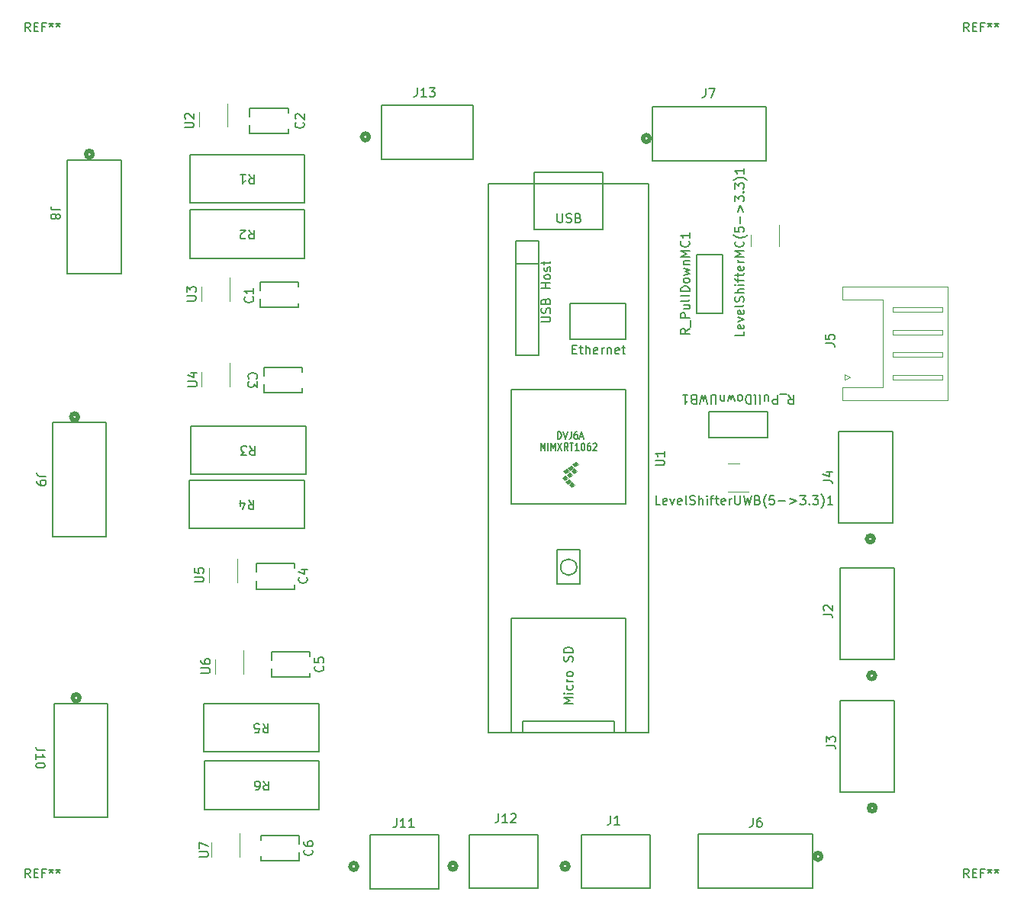
<source format=gbr>
%TF.GenerationSoftware,KiCad,Pcbnew,7.0.7*%
%TF.CreationDate,2024-01-12T22:42:28-05:00*%
%TF.ProjectId,FinalTeensyBreakoutBoard,46696e61-6c54-4656-956e-737942726561,rev?*%
%TF.SameCoordinates,Original*%
%TF.FileFunction,Legend,Top*%
%TF.FilePolarity,Positive*%
%FSLAX46Y46*%
G04 Gerber Fmt 4.6, Leading zero omitted, Abs format (unit mm)*
G04 Created by KiCad (PCBNEW 7.0.7) date 2024-01-12 22:42:28*
%MOMM*%
%LPD*%
G01*
G04 APERTURE LIST*
%ADD10C,0.150000*%
%ADD11C,0.152400*%
%ADD12C,0.508000*%
%ADD13C,0.120000*%
%ADD14C,0.100000*%
G04 APERTURE END LIST*
D10*
X142191666Y-55404819D02*
X142191666Y-56119104D01*
X142191666Y-56119104D02*
X142144047Y-56261961D01*
X142144047Y-56261961D02*
X142048809Y-56357200D01*
X142048809Y-56357200D02*
X141905952Y-56404819D01*
X141905952Y-56404819D02*
X141810714Y-56404819D01*
X142572619Y-55404819D02*
X143239285Y-55404819D01*
X143239285Y-55404819D02*
X142810714Y-56404819D01*
X67246666Y-143074819D02*
X66913333Y-142598628D01*
X66675238Y-143074819D02*
X66675238Y-142074819D01*
X66675238Y-142074819D02*
X67056190Y-142074819D01*
X67056190Y-142074819D02*
X67151428Y-142122438D01*
X67151428Y-142122438D02*
X67199047Y-142170057D01*
X67199047Y-142170057D02*
X67246666Y-142265295D01*
X67246666Y-142265295D02*
X67246666Y-142408152D01*
X67246666Y-142408152D02*
X67199047Y-142503390D01*
X67199047Y-142503390D02*
X67151428Y-142551009D01*
X67151428Y-142551009D02*
X67056190Y-142598628D01*
X67056190Y-142598628D02*
X66675238Y-142598628D01*
X67675238Y-142551009D02*
X68008571Y-142551009D01*
X68151428Y-143074819D02*
X67675238Y-143074819D01*
X67675238Y-143074819D02*
X67675238Y-142074819D01*
X67675238Y-142074819D02*
X68151428Y-142074819D01*
X68913333Y-142551009D02*
X68580000Y-142551009D01*
X68580000Y-143074819D02*
X68580000Y-142074819D01*
X68580000Y-142074819D02*
X69056190Y-142074819D01*
X69580000Y-142074819D02*
X69580000Y-142312914D01*
X69341905Y-142217676D02*
X69580000Y-142312914D01*
X69580000Y-142312914D02*
X69818095Y-142217676D01*
X69437143Y-142503390D02*
X69580000Y-142312914D01*
X69580000Y-142312914D02*
X69722857Y-142503390D01*
X70341905Y-142074819D02*
X70341905Y-142312914D01*
X70103810Y-142217676D02*
X70341905Y-142312914D01*
X70341905Y-142312914D02*
X70580000Y-142217676D01*
X70199048Y-142503390D02*
X70341905Y-142312914D01*
X70341905Y-142312914D02*
X70484762Y-142503390D01*
X171386666Y-143074819D02*
X171053333Y-142598628D01*
X170815238Y-143074819D02*
X170815238Y-142074819D01*
X170815238Y-142074819D02*
X171196190Y-142074819D01*
X171196190Y-142074819D02*
X171291428Y-142122438D01*
X171291428Y-142122438D02*
X171339047Y-142170057D01*
X171339047Y-142170057D02*
X171386666Y-142265295D01*
X171386666Y-142265295D02*
X171386666Y-142408152D01*
X171386666Y-142408152D02*
X171339047Y-142503390D01*
X171339047Y-142503390D02*
X171291428Y-142551009D01*
X171291428Y-142551009D02*
X171196190Y-142598628D01*
X171196190Y-142598628D02*
X170815238Y-142598628D01*
X171815238Y-142551009D02*
X172148571Y-142551009D01*
X172291428Y-143074819D02*
X171815238Y-143074819D01*
X171815238Y-143074819D02*
X171815238Y-142074819D01*
X171815238Y-142074819D02*
X172291428Y-142074819D01*
X173053333Y-142551009D02*
X172720000Y-142551009D01*
X172720000Y-143074819D02*
X172720000Y-142074819D01*
X172720000Y-142074819D02*
X173196190Y-142074819D01*
X173720000Y-142074819D02*
X173720000Y-142312914D01*
X173481905Y-142217676D02*
X173720000Y-142312914D01*
X173720000Y-142312914D02*
X173958095Y-142217676D01*
X173577143Y-142503390D02*
X173720000Y-142312914D01*
X173720000Y-142312914D02*
X173862857Y-142503390D01*
X174481905Y-142074819D02*
X174481905Y-142312914D01*
X174243810Y-142217676D02*
X174481905Y-142312914D01*
X174481905Y-142312914D02*
X174720000Y-142217676D01*
X174339048Y-142503390D02*
X174481905Y-142312914D01*
X174481905Y-142312914D02*
X174624762Y-142503390D01*
X171386666Y-49094819D02*
X171053333Y-48618628D01*
X170815238Y-49094819D02*
X170815238Y-48094819D01*
X170815238Y-48094819D02*
X171196190Y-48094819D01*
X171196190Y-48094819D02*
X171291428Y-48142438D01*
X171291428Y-48142438D02*
X171339047Y-48190057D01*
X171339047Y-48190057D02*
X171386666Y-48285295D01*
X171386666Y-48285295D02*
X171386666Y-48428152D01*
X171386666Y-48428152D02*
X171339047Y-48523390D01*
X171339047Y-48523390D02*
X171291428Y-48571009D01*
X171291428Y-48571009D02*
X171196190Y-48618628D01*
X171196190Y-48618628D02*
X170815238Y-48618628D01*
X171815238Y-48571009D02*
X172148571Y-48571009D01*
X172291428Y-49094819D02*
X171815238Y-49094819D01*
X171815238Y-49094819D02*
X171815238Y-48094819D01*
X171815238Y-48094819D02*
X172291428Y-48094819D01*
X173053333Y-48571009D02*
X172720000Y-48571009D01*
X172720000Y-49094819D02*
X172720000Y-48094819D01*
X172720000Y-48094819D02*
X173196190Y-48094819D01*
X173720000Y-48094819D02*
X173720000Y-48332914D01*
X173481905Y-48237676D02*
X173720000Y-48332914D01*
X173720000Y-48332914D02*
X173958095Y-48237676D01*
X173577143Y-48523390D02*
X173720000Y-48332914D01*
X173720000Y-48332914D02*
X173862857Y-48523390D01*
X174481905Y-48094819D02*
X174481905Y-48332914D01*
X174243810Y-48237676D02*
X174481905Y-48332914D01*
X174481905Y-48332914D02*
X174720000Y-48237676D01*
X174339048Y-48523390D02*
X174481905Y-48332914D01*
X174481905Y-48332914D02*
X174624762Y-48523390D01*
X67246666Y-49094819D02*
X66913333Y-48618628D01*
X66675238Y-49094819D02*
X66675238Y-48094819D01*
X66675238Y-48094819D02*
X67056190Y-48094819D01*
X67056190Y-48094819D02*
X67151428Y-48142438D01*
X67151428Y-48142438D02*
X67199047Y-48190057D01*
X67199047Y-48190057D02*
X67246666Y-48285295D01*
X67246666Y-48285295D02*
X67246666Y-48428152D01*
X67246666Y-48428152D02*
X67199047Y-48523390D01*
X67199047Y-48523390D02*
X67151428Y-48571009D01*
X67151428Y-48571009D02*
X67056190Y-48618628D01*
X67056190Y-48618628D02*
X66675238Y-48618628D01*
X67675238Y-48571009D02*
X68008571Y-48571009D01*
X68151428Y-49094819D02*
X67675238Y-49094819D01*
X67675238Y-49094819D02*
X67675238Y-48094819D01*
X67675238Y-48094819D02*
X68151428Y-48094819D01*
X68913333Y-48571009D02*
X68580000Y-48571009D01*
X68580000Y-49094819D02*
X68580000Y-48094819D01*
X68580000Y-48094819D02*
X69056190Y-48094819D01*
X69580000Y-48094819D02*
X69580000Y-48332914D01*
X69341905Y-48237676D02*
X69580000Y-48332914D01*
X69580000Y-48332914D02*
X69818095Y-48237676D01*
X69437143Y-48523390D02*
X69580000Y-48332914D01*
X69580000Y-48332914D02*
X69722857Y-48523390D01*
X70341905Y-48094819D02*
X70341905Y-48332914D01*
X70103810Y-48237676D02*
X70341905Y-48332914D01*
X70341905Y-48332914D02*
X70580000Y-48237676D01*
X70199048Y-48523390D02*
X70341905Y-48332914D01*
X70341905Y-48332914D02*
X70484762Y-48523390D01*
X140404819Y-82098810D02*
X139928628Y-82432143D01*
X140404819Y-82670238D02*
X139404819Y-82670238D01*
X139404819Y-82670238D02*
X139404819Y-82289286D01*
X139404819Y-82289286D02*
X139452438Y-82194048D01*
X139452438Y-82194048D02*
X139500057Y-82146429D01*
X139500057Y-82146429D02*
X139595295Y-82098810D01*
X139595295Y-82098810D02*
X139738152Y-82098810D01*
X139738152Y-82098810D02*
X139833390Y-82146429D01*
X139833390Y-82146429D02*
X139881009Y-82194048D01*
X139881009Y-82194048D02*
X139928628Y-82289286D01*
X139928628Y-82289286D02*
X139928628Y-82670238D01*
X140500057Y-81908334D02*
X140500057Y-81146429D01*
X140404819Y-80908333D02*
X139404819Y-80908333D01*
X139404819Y-80908333D02*
X139404819Y-80527381D01*
X139404819Y-80527381D02*
X139452438Y-80432143D01*
X139452438Y-80432143D02*
X139500057Y-80384524D01*
X139500057Y-80384524D02*
X139595295Y-80336905D01*
X139595295Y-80336905D02*
X139738152Y-80336905D01*
X139738152Y-80336905D02*
X139833390Y-80384524D01*
X139833390Y-80384524D02*
X139881009Y-80432143D01*
X139881009Y-80432143D02*
X139928628Y-80527381D01*
X139928628Y-80527381D02*
X139928628Y-80908333D01*
X139738152Y-79479762D02*
X140404819Y-79479762D01*
X139738152Y-79908333D02*
X140261961Y-79908333D01*
X140261961Y-79908333D02*
X140357200Y-79860714D01*
X140357200Y-79860714D02*
X140404819Y-79765476D01*
X140404819Y-79765476D02*
X140404819Y-79622619D01*
X140404819Y-79622619D02*
X140357200Y-79527381D01*
X140357200Y-79527381D02*
X140309580Y-79479762D01*
X140404819Y-78860714D02*
X140357200Y-78955952D01*
X140357200Y-78955952D02*
X140261961Y-79003571D01*
X140261961Y-79003571D02*
X139404819Y-79003571D01*
X140404819Y-78336904D02*
X140357200Y-78432142D01*
X140357200Y-78432142D02*
X140261961Y-78479761D01*
X140261961Y-78479761D02*
X139404819Y-78479761D01*
X140404819Y-77955951D02*
X139404819Y-77955951D01*
X139404819Y-77955951D02*
X139404819Y-77717856D01*
X139404819Y-77717856D02*
X139452438Y-77574999D01*
X139452438Y-77574999D02*
X139547676Y-77479761D01*
X139547676Y-77479761D02*
X139642914Y-77432142D01*
X139642914Y-77432142D02*
X139833390Y-77384523D01*
X139833390Y-77384523D02*
X139976247Y-77384523D01*
X139976247Y-77384523D02*
X140166723Y-77432142D01*
X140166723Y-77432142D02*
X140261961Y-77479761D01*
X140261961Y-77479761D02*
X140357200Y-77574999D01*
X140357200Y-77574999D02*
X140404819Y-77717856D01*
X140404819Y-77717856D02*
X140404819Y-77955951D01*
X140404819Y-76813094D02*
X140357200Y-76908332D01*
X140357200Y-76908332D02*
X140309580Y-76955951D01*
X140309580Y-76955951D02*
X140214342Y-77003570D01*
X140214342Y-77003570D02*
X139928628Y-77003570D01*
X139928628Y-77003570D02*
X139833390Y-76955951D01*
X139833390Y-76955951D02*
X139785771Y-76908332D01*
X139785771Y-76908332D02*
X139738152Y-76813094D01*
X139738152Y-76813094D02*
X139738152Y-76670237D01*
X139738152Y-76670237D02*
X139785771Y-76574999D01*
X139785771Y-76574999D02*
X139833390Y-76527380D01*
X139833390Y-76527380D02*
X139928628Y-76479761D01*
X139928628Y-76479761D02*
X140214342Y-76479761D01*
X140214342Y-76479761D02*
X140309580Y-76527380D01*
X140309580Y-76527380D02*
X140357200Y-76574999D01*
X140357200Y-76574999D02*
X140404819Y-76670237D01*
X140404819Y-76670237D02*
X140404819Y-76813094D01*
X139738152Y-76146427D02*
X140404819Y-75955951D01*
X140404819Y-75955951D02*
X139928628Y-75765475D01*
X139928628Y-75765475D02*
X140404819Y-75574999D01*
X140404819Y-75574999D02*
X139738152Y-75384523D01*
X139738152Y-75003570D02*
X140404819Y-75003570D01*
X139833390Y-75003570D02*
X139785771Y-74955951D01*
X139785771Y-74955951D02*
X139738152Y-74860713D01*
X139738152Y-74860713D02*
X139738152Y-74717856D01*
X139738152Y-74717856D02*
X139785771Y-74622618D01*
X139785771Y-74622618D02*
X139881009Y-74574999D01*
X139881009Y-74574999D02*
X140404819Y-74574999D01*
X140404819Y-74098808D02*
X139404819Y-74098808D01*
X139404819Y-74098808D02*
X140119104Y-73765475D01*
X140119104Y-73765475D02*
X139404819Y-73432142D01*
X139404819Y-73432142D02*
X140404819Y-73432142D01*
X140309580Y-72384523D02*
X140357200Y-72432142D01*
X140357200Y-72432142D02*
X140404819Y-72574999D01*
X140404819Y-72574999D02*
X140404819Y-72670237D01*
X140404819Y-72670237D02*
X140357200Y-72813094D01*
X140357200Y-72813094D02*
X140261961Y-72908332D01*
X140261961Y-72908332D02*
X140166723Y-72955951D01*
X140166723Y-72955951D02*
X139976247Y-73003570D01*
X139976247Y-73003570D02*
X139833390Y-73003570D01*
X139833390Y-73003570D02*
X139642914Y-72955951D01*
X139642914Y-72955951D02*
X139547676Y-72908332D01*
X139547676Y-72908332D02*
X139452438Y-72813094D01*
X139452438Y-72813094D02*
X139404819Y-72670237D01*
X139404819Y-72670237D02*
X139404819Y-72574999D01*
X139404819Y-72574999D02*
X139452438Y-72432142D01*
X139452438Y-72432142D02*
X139500057Y-72384523D01*
X140404819Y-71432142D02*
X140404819Y-72003570D01*
X140404819Y-71717856D02*
X139404819Y-71717856D01*
X139404819Y-71717856D02*
X139547676Y-71813094D01*
X139547676Y-71813094D02*
X139642914Y-71908332D01*
X139642914Y-71908332D02*
X139690533Y-72003570D01*
X119210476Y-135954819D02*
X119210476Y-136669104D01*
X119210476Y-136669104D02*
X119162857Y-136811961D01*
X119162857Y-136811961D02*
X119067619Y-136907200D01*
X119067619Y-136907200D02*
X118924762Y-136954819D01*
X118924762Y-136954819D02*
X118829524Y-136954819D01*
X120210476Y-136954819D02*
X119639048Y-136954819D01*
X119924762Y-136954819D02*
X119924762Y-135954819D01*
X119924762Y-135954819D02*
X119829524Y-136097676D01*
X119829524Y-136097676D02*
X119734286Y-136192914D01*
X119734286Y-136192914D02*
X119639048Y-136240533D01*
X120591429Y-136050057D02*
X120639048Y-136002438D01*
X120639048Y-136002438D02*
X120734286Y-135954819D01*
X120734286Y-135954819D02*
X120972381Y-135954819D01*
X120972381Y-135954819D02*
X121067619Y-136002438D01*
X121067619Y-136002438D02*
X121115238Y-136050057D01*
X121115238Y-136050057D02*
X121162857Y-136145295D01*
X121162857Y-136145295D02*
X121162857Y-136240533D01*
X121162857Y-136240533D02*
X121115238Y-136383390D01*
X121115238Y-136383390D02*
X120543810Y-136954819D01*
X120543810Y-136954819D02*
X121162857Y-136954819D01*
X147441666Y-136429819D02*
X147441666Y-137144104D01*
X147441666Y-137144104D02*
X147394047Y-137286961D01*
X147394047Y-137286961D02*
X147298809Y-137382200D01*
X147298809Y-137382200D02*
X147155952Y-137429819D01*
X147155952Y-137429819D02*
X147060714Y-137429819D01*
X148346428Y-136429819D02*
X148155952Y-136429819D01*
X148155952Y-136429819D02*
X148060714Y-136477438D01*
X148060714Y-136477438D02*
X148013095Y-136525057D01*
X148013095Y-136525057D02*
X147917857Y-136667914D01*
X147917857Y-136667914D02*
X147870238Y-136858390D01*
X147870238Y-136858390D02*
X147870238Y-137239342D01*
X147870238Y-137239342D02*
X147917857Y-137334580D01*
X147917857Y-137334580D02*
X147965476Y-137382200D01*
X147965476Y-137382200D02*
X148060714Y-137429819D01*
X148060714Y-137429819D02*
X148251190Y-137429819D01*
X148251190Y-137429819D02*
X148346428Y-137382200D01*
X148346428Y-137382200D02*
X148394047Y-137334580D01*
X148394047Y-137334580D02*
X148441666Y-137239342D01*
X148441666Y-137239342D02*
X148441666Y-137001247D01*
X148441666Y-137001247D02*
X148394047Y-136906009D01*
X148394047Y-136906009D02*
X148346428Y-136858390D01*
X148346428Y-136858390D02*
X148251190Y-136810771D01*
X148251190Y-136810771D02*
X148060714Y-136810771D01*
X148060714Y-136810771D02*
X147965476Y-136858390D01*
X147965476Y-136858390D02*
X147917857Y-136906009D01*
X147917857Y-136906009D02*
X147870238Y-137001247D01*
X93062666Y-125945180D02*
X93395999Y-126421371D01*
X93634094Y-125945180D02*
X93634094Y-126945180D01*
X93634094Y-126945180D02*
X93253142Y-126945180D01*
X93253142Y-126945180D02*
X93157904Y-126897561D01*
X93157904Y-126897561D02*
X93110285Y-126849942D01*
X93110285Y-126849942D02*
X93062666Y-126754704D01*
X93062666Y-126754704D02*
X93062666Y-126611847D01*
X93062666Y-126611847D02*
X93110285Y-126516609D01*
X93110285Y-126516609D02*
X93157904Y-126468990D01*
X93157904Y-126468990D02*
X93253142Y-126421371D01*
X93253142Y-126421371D02*
X93634094Y-126421371D01*
X92157904Y-126945180D02*
X92634094Y-126945180D01*
X92634094Y-126945180D02*
X92681713Y-126468990D01*
X92681713Y-126468990D02*
X92634094Y-126516609D01*
X92634094Y-126516609D02*
X92538856Y-126564228D01*
X92538856Y-126564228D02*
X92300761Y-126564228D01*
X92300761Y-126564228D02*
X92205523Y-126516609D01*
X92205523Y-126516609D02*
X92157904Y-126468990D01*
X92157904Y-126468990D02*
X92110285Y-126373752D01*
X92110285Y-126373752D02*
X92110285Y-126135657D01*
X92110285Y-126135657D02*
X92157904Y-126040419D01*
X92157904Y-126040419D02*
X92205523Y-125992800D01*
X92205523Y-125992800D02*
X92300761Y-125945180D01*
X92300761Y-125945180D02*
X92538856Y-125945180D01*
X92538856Y-125945180D02*
X92634094Y-125992800D01*
X92634094Y-125992800D02*
X92681713Y-126040419D01*
X85500819Y-110224404D02*
X86310342Y-110224404D01*
X86310342Y-110224404D02*
X86405580Y-110176785D01*
X86405580Y-110176785D02*
X86453200Y-110129166D01*
X86453200Y-110129166D02*
X86500819Y-110033928D01*
X86500819Y-110033928D02*
X86500819Y-109843452D01*
X86500819Y-109843452D02*
X86453200Y-109748214D01*
X86453200Y-109748214D02*
X86405580Y-109700595D01*
X86405580Y-109700595D02*
X86310342Y-109652976D01*
X86310342Y-109652976D02*
X85500819Y-109652976D01*
X85500819Y-108700595D02*
X85500819Y-109176785D01*
X85500819Y-109176785D02*
X85977009Y-109224404D01*
X85977009Y-109224404D02*
X85929390Y-109176785D01*
X85929390Y-109176785D02*
X85881771Y-109081547D01*
X85881771Y-109081547D02*
X85881771Y-108843452D01*
X85881771Y-108843452D02*
X85929390Y-108748214D01*
X85929390Y-108748214D02*
X85977009Y-108700595D01*
X85977009Y-108700595D02*
X86072247Y-108652976D01*
X86072247Y-108652976D02*
X86310342Y-108652976D01*
X86310342Y-108652976D02*
X86405580Y-108700595D01*
X86405580Y-108700595D02*
X86453200Y-108748214D01*
X86453200Y-108748214D02*
X86500819Y-108843452D01*
X86500819Y-108843452D02*
X86500819Y-109081547D01*
X86500819Y-109081547D02*
X86453200Y-109176785D01*
X86453200Y-109176785D02*
X86405580Y-109224404D01*
X97547580Y-59190366D02*
X97595200Y-59237985D01*
X97595200Y-59237985D02*
X97642819Y-59380842D01*
X97642819Y-59380842D02*
X97642819Y-59476080D01*
X97642819Y-59476080D02*
X97595200Y-59618937D01*
X97595200Y-59618937D02*
X97499961Y-59714175D01*
X97499961Y-59714175D02*
X97404723Y-59761794D01*
X97404723Y-59761794D02*
X97214247Y-59809413D01*
X97214247Y-59809413D02*
X97071390Y-59809413D01*
X97071390Y-59809413D02*
X96880914Y-59761794D01*
X96880914Y-59761794D02*
X96785676Y-59714175D01*
X96785676Y-59714175D02*
X96690438Y-59618937D01*
X96690438Y-59618937D02*
X96642819Y-59476080D01*
X96642819Y-59476080D02*
X96642819Y-59380842D01*
X96642819Y-59380842D02*
X96690438Y-59237985D01*
X96690438Y-59237985D02*
X96738057Y-59190366D01*
X96738057Y-58809413D02*
X96690438Y-58761794D01*
X96690438Y-58761794D02*
X96642819Y-58666556D01*
X96642819Y-58666556D02*
X96642819Y-58428461D01*
X96642819Y-58428461D02*
X96690438Y-58333223D01*
X96690438Y-58333223D02*
X96738057Y-58285604D01*
X96738057Y-58285604D02*
X96833295Y-58237985D01*
X96833295Y-58237985D02*
X96928533Y-58237985D01*
X96928533Y-58237985D02*
X97071390Y-58285604D01*
X97071390Y-58285604D02*
X97642819Y-58857032D01*
X97642819Y-58857032D02*
X97642819Y-58237985D01*
X91917580Y-78570366D02*
X91965200Y-78617985D01*
X91965200Y-78617985D02*
X92012819Y-78760842D01*
X92012819Y-78760842D02*
X92012819Y-78856080D01*
X92012819Y-78856080D02*
X91965200Y-78998937D01*
X91965200Y-78998937D02*
X91869961Y-79094175D01*
X91869961Y-79094175D02*
X91774723Y-79141794D01*
X91774723Y-79141794D02*
X91584247Y-79189413D01*
X91584247Y-79189413D02*
X91441390Y-79189413D01*
X91441390Y-79189413D02*
X91250914Y-79141794D01*
X91250914Y-79141794D02*
X91155676Y-79094175D01*
X91155676Y-79094175D02*
X91060438Y-78998937D01*
X91060438Y-78998937D02*
X91012819Y-78856080D01*
X91012819Y-78856080D02*
X91012819Y-78760842D01*
X91012819Y-78760842D02*
X91060438Y-78617985D01*
X91060438Y-78617985D02*
X91108057Y-78570366D01*
X92012819Y-77617985D02*
X92012819Y-78189413D01*
X92012819Y-77903699D02*
X91012819Y-77903699D01*
X91012819Y-77903699D02*
X91155676Y-77998937D01*
X91155676Y-77998937D02*
X91250914Y-78094175D01*
X91250914Y-78094175D02*
X91298533Y-78189413D01*
X84632819Y-78998104D02*
X85442342Y-78998104D01*
X85442342Y-78998104D02*
X85537580Y-78950485D01*
X85537580Y-78950485D02*
X85585200Y-78902866D01*
X85585200Y-78902866D02*
X85632819Y-78807628D01*
X85632819Y-78807628D02*
X85632819Y-78617152D01*
X85632819Y-78617152D02*
X85585200Y-78521914D01*
X85585200Y-78521914D02*
X85537580Y-78474295D01*
X85537580Y-78474295D02*
X85442342Y-78426676D01*
X85442342Y-78426676D02*
X84632819Y-78426676D01*
X84632819Y-78045723D02*
X84632819Y-77426676D01*
X84632819Y-77426676D02*
X85013771Y-77760009D01*
X85013771Y-77760009D02*
X85013771Y-77617152D01*
X85013771Y-77617152D02*
X85061390Y-77521914D01*
X85061390Y-77521914D02*
X85109009Y-77474295D01*
X85109009Y-77474295D02*
X85204247Y-77426676D01*
X85204247Y-77426676D02*
X85442342Y-77426676D01*
X85442342Y-77426676D02*
X85537580Y-77474295D01*
X85537580Y-77474295D02*
X85585200Y-77521914D01*
X85585200Y-77521914D02*
X85632819Y-77617152D01*
X85632819Y-77617152D02*
X85632819Y-77902866D01*
X85632819Y-77902866D02*
X85585200Y-77998104D01*
X85585200Y-77998104D02*
X85537580Y-78045723D01*
X110190476Y-55334819D02*
X110190476Y-56049104D01*
X110190476Y-56049104D02*
X110142857Y-56191961D01*
X110142857Y-56191961D02*
X110047619Y-56287200D01*
X110047619Y-56287200D02*
X109904762Y-56334819D01*
X109904762Y-56334819D02*
X109809524Y-56334819D01*
X111190476Y-56334819D02*
X110619048Y-56334819D01*
X110904762Y-56334819D02*
X110904762Y-55334819D01*
X110904762Y-55334819D02*
X110809524Y-55477676D01*
X110809524Y-55477676D02*
X110714286Y-55572914D01*
X110714286Y-55572914D02*
X110619048Y-55620533D01*
X111523810Y-55334819D02*
X112142857Y-55334819D01*
X112142857Y-55334819D02*
X111809524Y-55715771D01*
X111809524Y-55715771D02*
X111952381Y-55715771D01*
X111952381Y-55715771D02*
X112047619Y-55763390D01*
X112047619Y-55763390D02*
X112095238Y-55811009D01*
X112095238Y-55811009D02*
X112142857Y-55906247D01*
X112142857Y-55906247D02*
X112142857Y-56144342D01*
X112142857Y-56144342D02*
X112095238Y-56239580D01*
X112095238Y-56239580D02*
X112047619Y-56287200D01*
X112047619Y-56287200D02*
X111952381Y-56334819D01*
X111952381Y-56334819D02*
X111666667Y-56334819D01*
X111666667Y-56334819D02*
X111571429Y-56287200D01*
X111571429Y-56287200D02*
X111523810Y-56239580D01*
X155579819Y-128383333D02*
X156294104Y-128383333D01*
X156294104Y-128383333D02*
X156436961Y-128430952D01*
X156436961Y-128430952D02*
X156532200Y-128526190D01*
X156532200Y-128526190D02*
X156579819Y-128669047D01*
X156579819Y-128669047D02*
X156579819Y-128764285D01*
X155579819Y-128002380D02*
X155579819Y-127383333D01*
X155579819Y-127383333D02*
X155960771Y-127716666D01*
X155960771Y-127716666D02*
X155960771Y-127573809D01*
X155960771Y-127573809D02*
X156008390Y-127478571D01*
X156008390Y-127478571D02*
X156056009Y-127430952D01*
X156056009Y-127430952D02*
X156151247Y-127383333D01*
X156151247Y-127383333D02*
X156389342Y-127383333D01*
X156389342Y-127383333D02*
X156484580Y-127430952D01*
X156484580Y-127430952D02*
X156532200Y-127478571D01*
X156532200Y-127478571D02*
X156579819Y-127573809D01*
X156579819Y-127573809D02*
X156579819Y-127859523D01*
X156579819Y-127859523D02*
X156532200Y-127954761D01*
X156532200Y-127954761D02*
X156484580Y-128002380D01*
X137165475Y-101629819D02*
X136689285Y-101629819D01*
X136689285Y-101629819D02*
X136689285Y-100629819D01*
X137879761Y-101582200D02*
X137784523Y-101629819D01*
X137784523Y-101629819D02*
X137594047Y-101629819D01*
X137594047Y-101629819D02*
X137498809Y-101582200D01*
X137498809Y-101582200D02*
X137451190Y-101486961D01*
X137451190Y-101486961D02*
X137451190Y-101106009D01*
X137451190Y-101106009D02*
X137498809Y-101010771D01*
X137498809Y-101010771D02*
X137594047Y-100963152D01*
X137594047Y-100963152D02*
X137784523Y-100963152D01*
X137784523Y-100963152D02*
X137879761Y-101010771D01*
X137879761Y-101010771D02*
X137927380Y-101106009D01*
X137927380Y-101106009D02*
X137927380Y-101201247D01*
X137927380Y-101201247D02*
X137451190Y-101296485D01*
X138260714Y-100963152D02*
X138498809Y-101629819D01*
X138498809Y-101629819D02*
X138736904Y-100963152D01*
X139498809Y-101582200D02*
X139403571Y-101629819D01*
X139403571Y-101629819D02*
X139213095Y-101629819D01*
X139213095Y-101629819D02*
X139117857Y-101582200D01*
X139117857Y-101582200D02*
X139070238Y-101486961D01*
X139070238Y-101486961D02*
X139070238Y-101106009D01*
X139070238Y-101106009D02*
X139117857Y-101010771D01*
X139117857Y-101010771D02*
X139213095Y-100963152D01*
X139213095Y-100963152D02*
X139403571Y-100963152D01*
X139403571Y-100963152D02*
X139498809Y-101010771D01*
X139498809Y-101010771D02*
X139546428Y-101106009D01*
X139546428Y-101106009D02*
X139546428Y-101201247D01*
X139546428Y-101201247D02*
X139070238Y-101296485D01*
X140117857Y-101629819D02*
X140022619Y-101582200D01*
X140022619Y-101582200D02*
X139975000Y-101486961D01*
X139975000Y-101486961D02*
X139975000Y-100629819D01*
X140451191Y-101582200D02*
X140594048Y-101629819D01*
X140594048Y-101629819D02*
X140832143Y-101629819D01*
X140832143Y-101629819D02*
X140927381Y-101582200D01*
X140927381Y-101582200D02*
X140975000Y-101534580D01*
X140975000Y-101534580D02*
X141022619Y-101439342D01*
X141022619Y-101439342D02*
X141022619Y-101344104D01*
X141022619Y-101344104D02*
X140975000Y-101248866D01*
X140975000Y-101248866D02*
X140927381Y-101201247D01*
X140927381Y-101201247D02*
X140832143Y-101153628D01*
X140832143Y-101153628D02*
X140641667Y-101106009D01*
X140641667Y-101106009D02*
X140546429Y-101058390D01*
X140546429Y-101058390D02*
X140498810Y-101010771D01*
X140498810Y-101010771D02*
X140451191Y-100915533D01*
X140451191Y-100915533D02*
X140451191Y-100820295D01*
X140451191Y-100820295D02*
X140498810Y-100725057D01*
X140498810Y-100725057D02*
X140546429Y-100677438D01*
X140546429Y-100677438D02*
X140641667Y-100629819D01*
X140641667Y-100629819D02*
X140879762Y-100629819D01*
X140879762Y-100629819D02*
X141022619Y-100677438D01*
X141451191Y-101629819D02*
X141451191Y-100629819D01*
X141879762Y-101629819D02*
X141879762Y-101106009D01*
X141879762Y-101106009D02*
X141832143Y-101010771D01*
X141832143Y-101010771D02*
X141736905Y-100963152D01*
X141736905Y-100963152D02*
X141594048Y-100963152D01*
X141594048Y-100963152D02*
X141498810Y-101010771D01*
X141498810Y-101010771D02*
X141451191Y-101058390D01*
X142355953Y-101629819D02*
X142355953Y-100963152D01*
X142355953Y-100629819D02*
X142308334Y-100677438D01*
X142308334Y-100677438D02*
X142355953Y-100725057D01*
X142355953Y-100725057D02*
X142403572Y-100677438D01*
X142403572Y-100677438D02*
X142355953Y-100629819D01*
X142355953Y-100629819D02*
X142355953Y-100725057D01*
X142689286Y-100963152D02*
X143070238Y-100963152D01*
X142832143Y-101629819D02*
X142832143Y-100772676D01*
X142832143Y-100772676D02*
X142879762Y-100677438D01*
X142879762Y-100677438D02*
X142975000Y-100629819D01*
X142975000Y-100629819D02*
X143070238Y-100629819D01*
X143260715Y-100963152D02*
X143641667Y-100963152D01*
X143403572Y-100629819D02*
X143403572Y-101486961D01*
X143403572Y-101486961D02*
X143451191Y-101582200D01*
X143451191Y-101582200D02*
X143546429Y-101629819D01*
X143546429Y-101629819D02*
X143641667Y-101629819D01*
X144355953Y-101582200D02*
X144260715Y-101629819D01*
X144260715Y-101629819D02*
X144070239Y-101629819D01*
X144070239Y-101629819D02*
X143975001Y-101582200D01*
X143975001Y-101582200D02*
X143927382Y-101486961D01*
X143927382Y-101486961D02*
X143927382Y-101106009D01*
X143927382Y-101106009D02*
X143975001Y-101010771D01*
X143975001Y-101010771D02*
X144070239Y-100963152D01*
X144070239Y-100963152D02*
X144260715Y-100963152D01*
X144260715Y-100963152D02*
X144355953Y-101010771D01*
X144355953Y-101010771D02*
X144403572Y-101106009D01*
X144403572Y-101106009D02*
X144403572Y-101201247D01*
X144403572Y-101201247D02*
X143927382Y-101296485D01*
X144832144Y-101629819D02*
X144832144Y-100963152D01*
X144832144Y-101153628D02*
X144879763Y-101058390D01*
X144879763Y-101058390D02*
X144927382Y-101010771D01*
X144927382Y-101010771D02*
X145022620Y-100963152D01*
X145022620Y-100963152D02*
X145117858Y-100963152D01*
X145451192Y-100629819D02*
X145451192Y-101439342D01*
X145451192Y-101439342D02*
X145498811Y-101534580D01*
X145498811Y-101534580D02*
X145546430Y-101582200D01*
X145546430Y-101582200D02*
X145641668Y-101629819D01*
X145641668Y-101629819D02*
X145832144Y-101629819D01*
X145832144Y-101629819D02*
X145927382Y-101582200D01*
X145927382Y-101582200D02*
X145975001Y-101534580D01*
X145975001Y-101534580D02*
X146022620Y-101439342D01*
X146022620Y-101439342D02*
X146022620Y-100629819D01*
X146403573Y-100629819D02*
X146641668Y-101629819D01*
X146641668Y-101629819D02*
X146832144Y-100915533D01*
X146832144Y-100915533D02*
X147022620Y-101629819D01*
X147022620Y-101629819D02*
X147260716Y-100629819D01*
X147975001Y-101106009D02*
X148117858Y-101153628D01*
X148117858Y-101153628D02*
X148165477Y-101201247D01*
X148165477Y-101201247D02*
X148213096Y-101296485D01*
X148213096Y-101296485D02*
X148213096Y-101439342D01*
X148213096Y-101439342D02*
X148165477Y-101534580D01*
X148165477Y-101534580D02*
X148117858Y-101582200D01*
X148117858Y-101582200D02*
X148022620Y-101629819D01*
X148022620Y-101629819D02*
X147641668Y-101629819D01*
X147641668Y-101629819D02*
X147641668Y-100629819D01*
X147641668Y-100629819D02*
X147975001Y-100629819D01*
X147975001Y-100629819D02*
X148070239Y-100677438D01*
X148070239Y-100677438D02*
X148117858Y-100725057D01*
X148117858Y-100725057D02*
X148165477Y-100820295D01*
X148165477Y-100820295D02*
X148165477Y-100915533D01*
X148165477Y-100915533D02*
X148117858Y-101010771D01*
X148117858Y-101010771D02*
X148070239Y-101058390D01*
X148070239Y-101058390D02*
X147975001Y-101106009D01*
X147975001Y-101106009D02*
X147641668Y-101106009D01*
X148927382Y-102010771D02*
X148879763Y-101963152D01*
X148879763Y-101963152D02*
X148784525Y-101820295D01*
X148784525Y-101820295D02*
X148736906Y-101725057D01*
X148736906Y-101725057D02*
X148689287Y-101582200D01*
X148689287Y-101582200D02*
X148641668Y-101344104D01*
X148641668Y-101344104D02*
X148641668Y-101153628D01*
X148641668Y-101153628D02*
X148689287Y-100915533D01*
X148689287Y-100915533D02*
X148736906Y-100772676D01*
X148736906Y-100772676D02*
X148784525Y-100677438D01*
X148784525Y-100677438D02*
X148879763Y-100534580D01*
X148879763Y-100534580D02*
X148927382Y-100486961D01*
X149784525Y-100629819D02*
X149308335Y-100629819D01*
X149308335Y-100629819D02*
X149260716Y-101106009D01*
X149260716Y-101106009D02*
X149308335Y-101058390D01*
X149308335Y-101058390D02*
X149403573Y-101010771D01*
X149403573Y-101010771D02*
X149641668Y-101010771D01*
X149641668Y-101010771D02*
X149736906Y-101058390D01*
X149736906Y-101058390D02*
X149784525Y-101106009D01*
X149784525Y-101106009D02*
X149832144Y-101201247D01*
X149832144Y-101201247D02*
X149832144Y-101439342D01*
X149832144Y-101439342D02*
X149784525Y-101534580D01*
X149784525Y-101534580D02*
X149736906Y-101582200D01*
X149736906Y-101582200D02*
X149641668Y-101629819D01*
X149641668Y-101629819D02*
X149403573Y-101629819D01*
X149403573Y-101629819D02*
X149308335Y-101582200D01*
X149308335Y-101582200D02*
X149260716Y-101534580D01*
X150260716Y-101248866D02*
X151022621Y-101248866D01*
X151498811Y-100963152D02*
X152260716Y-101248866D01*
X152260716Y-101248866D02*
X151498811Y-101534580D01*
X152641668Y-100629819D02*
X153260715Y-100629819D01*
X153260715Y-100629819D02*
X152927382Y-101010771D01*
X152927382Y-101010771D02*
X153070239Y-101010771D01*
X153070239Y-101010771D02*
X153165477Y-101058390D01*
X153165477Y-101058390D02*
X153213096Y-101106009D01*
X153213096Y-101106009D02*
X153260715Y-101201247D01*
X153260715Y-101201247D02*
X153260715Y-101439342D01*
X153260715Y-101439342D02*
X153213096Y-101534580D01*
X153213096Y-101534580D02*
X153165477Y-101582200D01*
X153165477Y-101582200D02*
X153070239Y-101629819D01*
X153070239Y-101629819D02*
X152784525Y-101629819D01*
X152784525Y-101629819D02*
X152689287Y-101582200D01*
X152689287Y-101582200D02*
X152641668Y-101534580D01*
X153689287Y-101534580D02*
X153736906Y-101582200D01*
X153736906Y-101582200D02*
X153689287Y-101629819D01*
X153689287Y-101629819D02*
X153641668Y-101582200D01*
X153641668Y-101582200D02*
X153689287Y-101534580D01*
X153689287Y-101534580D02*
X153689287Y-101629819D01*
X154070239Y-100629819D02*
X154689286Y-100629819D01*
X154689286Y-100629819D02*
X154355953Y-101010771D01*
X154355953Y-101010771D02*
X154498810Y-101010771D01*
X154498810Y-101010771D02*
X154594048Y-101058390D01*
X154594048Y-101058390D02*
X154641667Y-101106009D01*
X154641667Y-101106009D02*
X154689286Y-101201247D01*
X154689286Y-101201247D02*
X154689286Y-101439342D01*
X154689286Y-101439342D02*
X154641667Y-101534580D01*
X154641667Y-101534580D02*
X154594048Y-101582200D01*
X154594048Y-101582200D02*
X154498810Y-101629819D01*
X154498810Y-101629819D02*
X154213096Y-101629819D01*
X154213096Y-101629819D02*
X154117858Y-101582200D01*
X154117858Y-101582200D02*
X154070239Y-101534580D01*
X155022620Y-102010771D02*
X155070239Y-101963152D01*
X155070239Y-101963152D02*
X155165477Y-101820295D01*
X155165477Y-101820295D02*
X155213096Y-101725057D01*
X155213096Y-101725057D02*
X155260715Y-101582200D01*
X155260715Y-101582200D02*
X155308334Y-101344104D01*
X155308334Y-101344104D02*
X155308334Y-101153628D01*
X155308334Y-101153628D02*
X155260715Y-100915533D01*
X155260715Y-100915533D02*
X155213096Y-100772676D01*
X155213096Y-100772676D02*
X155165477Y-100677438D01*
X155165477Y-100677438D02*
X155070239Y-100534580D01*
X155070239Y-100534580D02*
X155022620Y-100486961D01*
X156308334Y-101629819D02*
X155736906Y-101629819D01*
X156022620Y-101629819D02*
X156022620Y-100629819D01*
X156022620Y-100629819D02*
X155927382Y-100772676D01*
X155927382Y-100772676D02*
X155832144Y-100867914D01*
X155832144Y-100867914D02*
X155736906Y-100915533D01*
X146429819Y-82410715D02*
X146429819Y-82886905D01*
X146429819Y-82886905D02*
X145429819Y-82886905D01*
X146382200Y-81696429D02*
X146429819Y-81791667D01*
X146429819Y-81791667D02*
X146429819Y-81982143D01*
X146429819Y-81982143D02*
X146382200Y-82077381D01*
X146382200Y-82077381D02*
X146286961Y-82125000D01*
X146286961Y-82125000D02*
X145906009Y-82125000D01*
X145906009Y-82125000D02*
X145810771Y-82077381D01*
X145810771Y-82077381D02*
X145763152Y-81982143D01*
X145763152Y-81982143D02*
X145763152Y-81791667D01*
X145763152Y-81791667D02*
X145810771Y-81696429D01*
X145810771Y-81696429D02*
X145906009Y-81648810D01*
X145906009Y-81648810D02*
X146001247Y-81648810D01*
X146001247Y-81648810D02*
X146096485Y-82125000D01*
X145763152Y-81315476D02*
X146429819Y-81077381D01*
X146429819Y-81077381D02*
X145763152Y-80839286D01*
X146382200Y-80077381D02*
X146429819Y-80172619D01*
X146429819Y-80172619D02*
X146429819Y-80363095D01*
X146429819Y-80363095D02*
X146382200Y-80458333D01*
X146382200Y-80458333D02*
X146286961Y-80505952D01*
X146286961Y-80505952D02*
X145906009Y-80505952D01*
X145906009Y-80505952D02*
X145810771Y-80458333D01*
X145810771Y-80458333D02*
X145763152Y-80363095D01*
X145763152Y-80363095D02*
X145763152Y-80172619D01*
X145763152Y-80172619D02*
X145810771Y-80077381D01*
X145810771Y-80077381D02*
X145906009Y-80029762D01*
X145906009Y-80029762D02*
X146001247Y-80029762D01*
X146001247Y-80029762D02*
X146096485Y-80505952D01*
X146429819Y-79458333D02*
X146382200Y-79553571D01*
X146382200Y-79553571D02*
X146286961Y-79601190D01*
X146286961Y-79601190D02*
X145429819Y-79601190D01*
X146382200Y-79124999D02*
X146429819Y-78982142D01*
X146429819Y-78982142D02*
X146429819Y-78744047D01*
X146429819Y-78744047D02*
X146382200Y-78648809D01*
X146382200Y-78648809D02*
X146334580Y-78601190D01*
X146334580Y-78601190D02*
X146239342Y-78553571D01*
X146239342Y-78553571D02*
X146144104Y-78553571D01*
X146144104Y-78553571D02*
X146048866Y-78601190D01*
X146048866Y-78601190D02*
X146001247Y-78648809D01*
X146001247Y-78648809D02*
X145953628Y-78744047D01*
X145953628Y-78744047D02*
X145906009Y-78934523D01*
X145906009Y-78934523D02*
X145858390Y-79029761D01*
X145858390Y-79029761D02*
X145810771Y-79077380D01*
X145810771Y-79077380D02*
X145715533Y-79124999D01*
X145715533Y-79124999D02*
X145620295Y-79124999D01*
X145620295Y-79124999D02*
X145525057Y-79077380D01*
X145525057Y-79077380D02*
X145477438Y-79029761D01*
X145477438Y-79029761D02*
X145429819Y-78934523D01*
X145429819Y-78934523D02*
X145429819Y-78696428D01*
X145429819Y-78696428D02*
X145477438Y-78553571D01*
X146429819Y-78124999D02*
X145429819Y-78124999D01*
X146429819Y-77696428D02*
X145906009Y-77696428D01*
X145906009Y-77696428D02*
X145810771Y-77744047D01*
X145810771Y-77744047D02*
X145763152Y-77839285D01*
X145763152Y-77839285D02*
X145763152Y-77982142D01*
X145763152Y-77982142D02*
X145810771Y-78077380D01*
X145810771Y-78077380D02*
X145858390Y-78124999D01*
X146429819Y-77220237D02*
X145763152Y-77220237D01*
X145429819Y-77220237D02*
X145477438Y-77267856D01*
X145477438Y-77267856D02*
X145525057Y-77220237D01*
X145525057Y-77220237D02*
X145477438Y-77172618D01*
X145477438Y-77172618D02*
X145429819Y-77220237D01*
X145429819Y-77220237D02*
X145525057Y-77220237D01*
X145763152Y-76886904D02*
X145763152Y-76505952D01*
X146429819Y-76744047D02*
X145572676Y-76744047D01*
X145572676Y-76744047D02*
X145477438Y-76696428D01*
X145477438Y-76696428D02*
X145429819Y-76601190D01*
X145429819Y-76601190D02*
X145429819Y-76505952D01*
X145763152Y-76315475D02*
X145763152Y-75934523D01*
X145429819Y-76172618D02*
X146286961Y-76172618D01*
X146286961Y-76172618D02*
X146382200Y-76124999D01*
X146382200Y-76124999D02*
X146429819Y-76029761D01*
X146429819Y-76029761D02*
X146429819Y-75934523D01*
X146382200Y-75220237D02*
X146429819Y-75315475D01*
X146429819Y-75315475D02*
X146429819Y-75505951D01*
X146429819Y-75505951D02*
X146382200Y-75601189D01*
X146382200Y-75601189D02*
X146286961Y-75648808D01*
X146286961Y-75648808D02*
X145906009Y-75648808D01*
X145906009Y-75648808D02*
X145810771Y-75601189D01*
X145810771Y-75601189D02*
X145763152Y-75505951D01*
X145763152Y-75505951D02*
X145763152Y-75315475D01*
X145763152Y-75315475D02*
X145810771Y-75220237D01*
X145810771Y-75220237D02*
X145906009Y-75172618D01*
X145906009Y-75172618D02*
X146001247Y-75172618D01*
X146001247Y-75172618D02*
X146096485Y-75648808D01*
X146429819Y-74744046D02*
X145763152Y-74744046D01*
X145953628Y-74744046D02*
X145858390Y-74696427D01*
X145858390Y-74696427D02*
X145810771Y-74648808D01*
X145810771Y-74648808D02*
X145763152Y-74553570D01*
X145763152Y-74553570D02*
X145763152Y-74458332D01*
X146429819Y-74124998D02*
X145429819Y-74124998D01*
X145429819Y-74124998D02*
X146144104Y-73791665D01*
X146144104Y-73791665D02*
X145429819Y-73458332D01*
X145429819Y-73458332D02*
X146429819Y-73458332D01*
X146334580Y-72410713D02*
X146382200Y-72458332D01*
X146382200Y-72458332D02*
X146429819Y-72601189D01*
X146429819Y-72601189D02*
X146429819Y-72696427D01*
X146429819Y-72696427D02*
X146382200Y-72839284D01*
X146382200Y-72839284D02*
X146286961Y-72934522D01*
X146286961Y-72934522D02*
X146191723Y-72982141D01*
X146191723Y-72982141D02*
X146001247Y-73029760D01*
X146001247Y-73029760D02*
X145858390Y-73029760D01*
X145858390Y-73029760D02*
X145667914Y-72982141D01*
X145667914Y-72982141D02*
X145572676Y-72934522D01*
X145572676Y-72934522D02*
X145477438Y-72839284D01*
X145477438Y-72839284D02*
X145429819Y-72696427D01*
X145429819Y-72696427D02*
X145429819Y-72601189D01*
X145429819Y-72601189D02*
X145477438Y-72458332D01*
X145477438Y-72458332D02*
X145525057Y-72410713D01*
X146810771Y-71696427D02*
X146763152Y-71744046D01*
X146763152Y-71744046D02*
X146620295Y-71839284D01*
X146620295Y-71839284D02*
X146525057Y-71886903D01*
X146525057Y-71886903D02*
X146382200Y-71934522D01*
X146382200Y-71934522D02*
X146144104Y-71982141D01*
X146144104Y-71982141D02*
X145953628Y-71982141D01*
X145953628Y-71982141D02*
X145715533Y-71934522D01*
X145715533Y-71934522D02*
X145572676Y-71886903D01*
X145572676Y-71886903D02*
X145477438Y-71839284D01*
X145477438Y-71839284D02*
X145334580Y-71744046D01*
X145334580Y-71744046D02*
X145286961Y-71696427D01*
X145429819Y-70839284D02*
X145429819Y-71315474D01*
X145429819Y-71315474D02*
X145906009Y-71363093D01*
X145906009Y-71363093D02*
X145858390Y-71315474D01*
X145858390Y-71315474D02*
X145810771Y-71220236D01*
X145810771Y-71220236D02*
X145810771Y-70982141D01*
X145810771Y-70982141D02*
X145858390Y-70886903D01*
X145858390Y-70886903D02*
X145906009Y-70839284D01*
X145906009Y-70839284D02*
X146001247Y-70791665D01*
X146001247Y-70791665D02*
X146239342Y-70791665D01*
X146239342Y-70791665D02*
X146334580Y-70839284D01*
X146334580Y-70839284D02*
X146382200Y-70886903D01*
X146382200Y-70886903D02*
X146429819Y-70982141D01*
X146429819Y-70982141D02*
X146429819Y-71220236D01*
X146429819Y-71220236D02*
X146382200Y-71315474D01*
X146382200Y-71315474D02*
X146334580Y-71363093D01*
X146048866Y-70363093D02*
X146048866Y-69601189D01*
X145763152Y-69124998D02*
X146048866Y-68363094D01*
X146048866Y-68363094D02*
X146334580Y-69124998D01*
X145429819Y-67982141D02*
X145429819Y-67363094D01*
X145429819Y-67363094D02*
X145810771Y-67696427D01*
X145810771Y-67696427D02*
X145810771Y-67553570D01*
X145810771Y-67553570D02*
X145858390Y-67458332D01*
X145858390Y-67458332D02*
X145906009Y-67410713D01*
X145906009Y-67410713D02*
X146001247Y-67363094D01*
X146001247Y-67363094D02*
X146239342Y-67363094D01*
X146239342Y-67363094D02*
X146334580Y-67410713D01*
X146334580Y-67410713D02*
X146382200Y-67458332D01*
X146382200Y-67458332D02*
X146429819Y-67553570D01*
X146429819Y-67553570D02*
X146429819Y-67839284D01*
X146429819Y-67839284D02*
X146382200Y-67934522D01*
X146382200Y-67934522D02*
X146334580Y-67982141D01*
X146334580Y-66934522D02*
X146382200Y-66886903D01*
X146382200Y-66886903D02*
X146429819Y-66934522D01*
X146429819Y-66934522D02*
X146382200Y-66982141D01*
X146382200Y-66982141D02*
X146334580Y-66934522D01*
X146334580Y-66934522D02*
X146429819Y-66934522D01*
X145429819Y-66553570D02*
X145429819Y-65934523D01*
X145429819Y-65934523D02*
X145810771Y-66267856D01*
X145810771Y-66267856D02*
X145810771Y-66124999D01*
X145810771Y-66124999D02*
X145858390Y-66029761D01*
X145858390Y-66029761D02*
X145906009Y-65982142D01*
X145906009Y-65982142D02*
X146001247Y-65934523D01*
X146001247Y-65934523D02*
X146239342Y-65934523D01*
X146239342Y-65934523D02*
X146334580Y-65982142D01*
X146334580Y-65982142D02*
X146382200Y-66029761D01*
X146382200Y-66029761D02*
X146429819Y-66124999D01*
X146429819Y-66124999D02*
X146429819Y-66410713D01*
X146429819Y-66410713D02*
X146382200Y-66505951D01*
X146382200Y-66505951D02*
X146334580Y-66553570D01*
X146810771Y-65601189D02*
X146763152Y-65553570D01*
X146763152Y-65553570D02*
X146620295Y-65458332D01*
X146620295Y-65458332D02*
X146525057Y-65410713D01*
X146525057Y-65410713D02*
X146382200Y-65363094D01*
X146382200Y-65363094D02*
X146144104Y-65315475D01*
X146144104Y-65315475D02*
X145953628Y-65315475D01*
X145953628Y-65315475D02*
X145715533Y-65363094D01*
X145715533Y-65363094D02*
X145572676Y-65410713D01*
X145572676Y-65410713D02*
X145477438Y-65458332D01*
X145477438Y-65458332D02*
X145334580Y-65553570D01*
X145334580Y-65553570D02*
X145286961Y-65601189D01*
X146429819Y-64315475D02*
X146429819Y-64886903D01*
X146429819Y-64601189D02*
X145429819Y-64601189D01*
X145429819Y-64601189D02*
X145572676Y-64696427D01*
X145572676Y-64696427D02*
X145667914Y-64791665D01*
X145667914Y-64791665D02*
X145715533Y-64886903D01*
X68895180Y-128940476D02*
X68180895Y-128940476D01*
X68180895Y-128940476D02*
X68038038Y-128892857D01*
X68038038Y-128892857D02*
X67942800Y-128797619D01*
X67942800Y-128797619D02*
X67895180Y-128654762D01*
X67895180Y-128654762D02*
X67895180Y-128559524D01*
X67895180Y-129940476D02*
X67895180Y-129369048D01*
X67895180Y-129654762D02*
X68895180Y-129654762D01*
X68895180Y-129654762D02*
X68752323Y-129559524D01*
X68752323Y-129559524D02*
X68657085Y-129464286D01*
X68657085Y-129464286D02*
X68609466Y-129369048D01*
X68895180Y-130559524D02*
X68895180Y-130654762D01*
X68895180Y-130654762D02*
X68847561Y-130750000D01*
X68847561Y-130750000D02*
X68799942Y-130797619D01*
X68799942Y-130797619D02*
X68704704Y-130845238D01*
X68704704Y-130845238D02*
X68514228Y-130892857D01*
X68514228Y-130892857D02*
X68276133Y-130892857D01*
X68276133Y-130892857D02*
X68085657Y-130845238D01*
X68085657Y-130845238D02*
X67990419Y-130797619D01*
X67990419Y-130797619D02*
X67942800Y-130750000D01*
X67942800Y-130750000D02*
X67895180Y-130654762D01*
X67895180Y-130654762D02*
X67895180Y-130559524D01*
X67895180Y-130559524D02*
X67942800Y-130464286D01*
X67942800Y-130464286D02*
X67990419Y-130416667D01*
X67990419Y-130416667D02*
X68085657Y-130369048D01*
X68085657Y-130369048D02*
X68276133Y-130321429D01*
X68276133Y-130321429D02*
X68514228Y-130321429D01*
X68514228Y-130321429D02*
X68704704Y-130369048D01*
X68704704Y-130369048D02*
X68799942Y-130416667D01*
X68799942Y-130416667D02*
X68847561Y-130464286D01*
X68847561Y-130464286D02*
X68895180Y-130559524D01*
X93114666Y-132345180D02*
X93447999Y-132821371D01*
X93686094Y-132345180D02*
X93686094Y-133345180D01*
X93686094Y-133345180D02*
X93305142Y-133345180D01*
X93305142Y-133345180D02*
X93209904Y-133297561D01*
X93209904Y-133297561D02*
X93162285Y-133249942D01*
X93162285Y-133249942D02*
X93114666Y-133154704D01*
X93114666Y-133154704D02*
X93114666Y-133011847D01*
X93114666Y-133011847D02*
X93162285Y-132916609D01*
X93162285Y-132916609D02*
X93209904Y-132868990D01*
X93209904Y-132868990D02*
X93305142Y-132821371D01*
X93305142Y-132821371D02*
X93686094Y-132821371D01*
X92257523Y-133345180D02*
X92447999Y-133345180D01*
X92447999Y-133345180D02*
X92543237Y-133297561D01*
X92543237Y-133297561D02*
X92590856Y-133249942D01*
X92590856Y-133249942D02*
X92686094Y-133107085D01*
X92686094Y-133107085D02*
X92733713Y-132916609D01*
X92733713Y-132916609D02*
X92733713Y-132535657D01*
X92733713Y-132535657D02*
X92686094Y-132440419D01*
X92686094Y-132440419D02*
X92638475Y-132392800D01*
X92638475Y-132392800D02*
X92543237Y-132345180D01*
X92543237Y-132345180D02*
X92352761Y-132345180D01*
X92352761Y-132345180D02*
X92257523Y-132392800D01*
X92257523Y-132392800D02*
X92209904Y-132440419D01*
X92209904Y-132440419D02*
X92162285Y-132535657D01*
X92162285Y-132535657D02*
X92162285Y-132773752D01*
X92162285Y-132773752D02*
X92209904Y-132868990D01*
X92209904Y-132868990D02*
X92257523Y-132916609D01*
X92257523Y-132916609D02*
X92352761Y-132964228D01*
X92352761Y-132964228D02*
X92543237Y-132964228D01*
X92543237Y-132964228D02*
X92638475Y-132916609D01*
X92638475Y-132916609D02*
X92686094Y-132868990D01*
X92686094Y-132868990D02*
X92733713Y-132773752D01*
X91504666Y-71128880D02*
X91837999Y-71605071D01*
X92076094Y-71128880D02*
X92076094Y-72128880D01*
X92076094Y-72128880D02*
X91695142Y-72128880D01*
X91695142Y-72128880D02*
X91599904Y-72081261D01*
X91599904Y-72081261D02*
X91552285Y-72033642D01*
X91552285Y-72033642D02*
X91504666Y-71938404D01*
X91504666Y-71938404D02*
X91504666Y-71795547D01*
X91504666Y-71795547D02*
X91552285Y-71700309D01*
X91552285Y-71700309D02*
X91599904Y-71652690D01*
X91599904Y-71652690D02*
X91695142Y-71605071D01*
X91695142Y-71605071D02*
X92076094Y-71605071D01*
X91123713Y-72033642D02*
X91076094Y-72081261D01*
X91076094Y-72081261D02*
X90980856Y-72128880D01*
X90980856Y-72128880D02*
X90742761Y-72128880D01*
X90742761Y-72128880D02*
X90647523Y-72081261D01*
X90647523Y-72081261D02*
X90599904Y-72033642D01*
X90599904Y-72033642D02*
X90552285Y-71938404D01*
X90552285Y-71938404D02*
X90552285Y-71843166D01*
X90552285Y-71843166D02*
X90599904Y-71700309D01*
X90599904Y-71700309D02*
X91171332Y-71128880D01*
X91171332Y-71128880D02*
X90552285Y-71128880D01*
X107890476Y-136484819D02*
X107890476Y-137199104D01*
X107890476Y-137199104D02*
X107842857Y-137341961D01*
X107842857Y-137341961D02*
X107747619Y-137437200D01*
X107747619Y-137437200D02*
X107604762Y-137484819D01*
X107604762Y-137484819D02*
X107509524Y-137484819D01*
X108890476Y-137484819D02*
X108319048Y-137484819D01*
X108604762Y-137484819D02*
X108604762Y-136484819D01*
X108604762Y-136484819D02*
X108509524Y-136627676D01*
X108509524Y-136627676D02*
X108414286Y-136722914D01*
X108414286Y-136722914D02*
X108319048Y-136770533D01*
X109842857Y-137484819D02*
X109271429Y-137484819D01*
X109557143Y-137484819D02*
X109557143Y-136484819D01*
X109557143Y-136484819D02*
X109461905Y-136627676D01*
X109461905Y-136627676D02*
X109366667Y-136722914D01*
X109366667Y-136722914D02*
X109271429Y-136770533D01*
X84402819Y-59775604D02*
X85212342Y-59775604D01*
X85212342Y-59775604D02*
X85307580Y-59727985D01*
X85307580Y-59727985D02*
X85355200Y-59680366D01*
X85355200Y-59680366D02*
X85402819Y-59585128D01*
X85402819Y-59585128D02*
X85402819Y-59394652D01*
X85402819Y-59394652D02*
X85355200Y-59299414D01*
X85355200Y-59299414D02*
X85307580Y-59251795D01*
X85307580Y-59251795D02*
X85212342Y-59204176D01*
X85212342Y-59204176D02*
X84402819Y-59204176D01*
X84498057Y-58775604D02*
X84450438Y-58727985D01*
X84450438Y-58727985D02*
X84402819Y-58632747D01*
X84402819Y-58632747D02*
X84402819Y-58394652D01*
X84402819Y-58394652D02*
X84450438Y-58299414D01*
X84450438Y-58299414D02*
X84498057Y-58251795D01*
X84498057Y-58251795D02*
X84593295Y-58204176D01*
X84593295Y-58204176D02*
X84688533Y-58204176D01*
X84688533Y-58204176D02*
X84831390Y-58251795D01*
X84831390Y-58251795D02*
X85402819Y-58823223D01*
X85402819Y-58823223D02*
X85402819Y-58204176D01*
X91536419Y-87633333D02*
X91488800Y-87585714D01*
X91488800Y-87585714D02*
X91441180Y-87442857D01*
X91441180Y-87442857D02*
X91441180Y-87347619D01*
X91441180Y-87347619D02*
X91488800Y-87204762D01*
X91488800Y-87204762D02*
X91584038Y-87109524D01*
X91584038Y-87109524D02*
X91679276Y-87061905D01*
X91679276Y-87061905D02*
X91869752Y-87014286D01*
X91869752Y-87014286D02*
X92012609Y-87014286D01*
X92012609Y-87014286D02*
X92203085Y-87061905D01*
X92203085Y-87061905D02*
X92298323Y-87109524D01*
X92298323Y-87109524D02*
X92393561Y-87204762D01*
X92393561Y-87204762D02*
X92441180Y-87347619D01*
X92441180Y-87347619D02*
X92441180Y-87442857D01*
X92441180Y-87442857D02*
X92393561Y-87585714D01*
X92393561Y-87585714D02*
X92345942Y-87633333D01*
X92441180Y-87966667D02*
X92441180Y-88585714D01*
X92441180Y-88585714D02*
X92060228Y-88252381D01*
X92060228Y-88252381D02*
X92060228Y-88395238D01*
X92060228Y-88395238D02*
X92012609Y-88490476D01*
X92012609Y-88490476D02*
X91964990Y-88538095D01*
X91964990Y-88538095D02*
X91869752Y-88585714D01*
X91869752Y-88585714D02*
X91631657Y-88585714D01*
X91631657Y-88585714D02*
X91536419Y-88538095D01*
X91536419Y-88538095D02*
X91488800Y-88490476D01*
X91488800Y-88490476D02*
X91441180Y-88395238D01*
X91441180Y-88395238D02*
X91441180Y-88109524D01*
X91441180Y-88109524D02*
X91488800Y-88014286D01*
X91488800Y-88014286D02*
X91536419Y-87966667D01*
X155254819Y-113808333D02*
X155969104Y-113808333D01*
X155969104Y-113808333D02*
X156111961Y-113855952D01*
X156111961Y-113855952D02*
X156207200Y-113951190D01*
X156207200Y-113951190D02*
X156254819Y-114094047D01*
X156254819Y-114094047D02*
X156254819Y-114189285D01*
X155350057Y-113379761D02*
X155302438Y-113332142D01*
X155302438Y-113332142D02*
X155254819Y-113236904D01*
X155254819Y-113236904D02*
X155254819Y-112998809D01*
X155254819Y-112998809D02*
X155302438Y-112903571D01*
X155302438Y-112903571D02*
X155350057Y-112855952D01*
X155350057Y-112855952D02*
X155445295Y-112808333D01*
X155445295Y-112808333D02*
X155540533Y-112808333D01*
X155540533Y-112808333D02*
X155683390Y-112855952D01*
X155683390Y-112855952D02*
X156254819Y-113427380D01*
X156254819Y-113427380D02*
X156254819Y-112808333D01*
X155479819Y-83733333D02*
X156194104Y-83733333D01*
X156194104Y-83733333D02*
X156336961Y-83780952D01*
X156336961Y-83780952D02*
X156432200Y-83876190D01*
X156432200Y-83876190D02*
X156479819Y-84019047D01*
X156479819Y-84019047D02*
X156479819Y-84114285D01*
X155479819Y-82780952D02*
X155479819Y-83257142D01*
X155479819Y-83257142D02*
X155956009Y-83304761D01*
X155956009Y-83304761D02*
X155908390Y-83257142D01*
X155908390Y-83257142D02*
X155860771Y-83161904D01*
X155860771Y-83161904D02*
X155860771Y-82923809D01*
X155860771Y-82923809D02*
X155908390Y-82828571D01*
X155908390Y-82828571D02*
X155956009Y-82780952D01*
X155956009Y-82780952D02*
X156051247Y-82733333D01*
X156051247Y-82733333D02*
X156289342Y-82733333D01*
X156289342Y-82733333D02*
X156384580Y-82780952D01*
X156384580Y-82780952D02*
X156432200Y-82828571D01*
X156432200Y-82828571D02*
X156479819Y-82923809D01*
X156479819Y-82923809D02*
X156479819Y-83161904D01*
X156479819Y-83161904D02*
X156432200Y-83257142D01*
X156432200Y-83257142D02*
X156384580Y-83304761D01*
X86202819Y-120361904D02*
X87012342Y-120361904D01*
X87012342Y-120361904D02*
X87107580Y-120314285D01*
X87107580Y-120314285D02*
X87155200Y-120266666D01*
X87155200Y-120266666D02*
X87202819Y-120171428D01*
X87202819Y-120171428D02*
X87202819Y-119980952D01*
X87202819Y-119980952D02*
X87155200Y-119885714D01*
X87155200Y-119885714D02*
X87107580Y-119838095D01*
X87107580Y-119838095D02*
X87012342Y-119790476D01*
X87012342Y-119790476D02*
X86202819Y-119790476D01*
X86202819Y-118885714D02*
X86202819Y-119076190D01*
X86202819Y-119076190D02*
X86250438Y-119171428D01*
X86250438Y-119171428D02*
X86298057Y-119219047D01*
X86298057Y-119219047D02*
X86440914Y-119314285D01*
X86440914Y-119314285D02*
X86631390Y-119361904D01*
X86631390Y-119361904D02*
X87012342Y-119361904D01*
X87012342Y-119361904D02*
X87107580Y-119314285D01*
X87107580Y-119314285D02*
X87155200Y-119266666D01*
X87155200Y-119266666D02*
X87202819Y-119171428D01*
X87202819Y-119171428D02*
X87202819Y-118980952D01*
X87202819Y-118980952D02*
X87155200Y-118885714D01*
X87155200Y-118885714D02*
X87107580Y-118838095D01*
X87107580Y-118838095D02*
X87012342Y-118790476D01*
X87012342Y-118790476D02*
X86774247Y-118790476D01*
X86774247Y-118790476D02*
X86679009Y-118838095D01*
X86679009Y-118838095D02*
X86631390Y-118885714D01*
X86631390Y-118885714D02*
X86583771Y-118980952D01*
X86583771Y-118980952D02*
X86583771Y-119171428D01*
X86583771Y-119171428D02*
X86631390Y-119266666D01*
X86631390Y-119266666D02*
X86679009Y-119314285D01*
X86679009Y-119314285D02*
X86774247Y-119361904D01*
X155254819Y-98933333D02*
X155969104Y-98933333D01*
X155969104Y-98933333D02*
X156111961Y-98980952D01*
X156111961Y-98980952D02*
X156207200Y-99076190D01*
X156207200Y-99076190D02*
X156254819Y-99219047D01*
X156254819Y-99219047D02*
X156254819Y-99314285D01*
X155588152Y-98028571D02*
X156254819Y-98028571D01*
X155207200Y-98266666D02*
X155921485Y-98504761D01*
X155921485Y-98504761D02*
X155921485Y-97885714D01*
X98507580Y-139966666D02*
X98555200Y-140014285D01*
X98555200Y-140014285D02*
X98602819Y-140157142D01*
X98602819Y-140157142D02*
X98602819Y-140252380D01*
X98602819Y-140252380D02*
X98555200Y-140395237D01*
X98555200Y-140395237D02*
X98459961Y-140490475D01*
X98459961Y-140490475D02*
X98364723Y-140538094D01*
X98364723Y-140538094D02*
X98174247Y-140585713D01*
X98174247Y-140585713D02*
X98031390Y-140585713D01*
X98031390Y-140585713D02*
X97840914Y-140538094D01*
X97840914Y-140538094D02*
X97745676Y-140490475D01*
X97745676Y-140490475D02*
X97650438Y-140395237D01*
X97650438Y-140395237D02*
X97602819Y-140252380D01*
X97602819Y-140252380D02*
X97602819Y-140157142D01*
X97602819Y-140157142D02*
X97650438Y-140014285D01*
X97650438Y-140014285D02*
X97698057Y-139966666D01*
X97602819Y-139109523D02*
X97602819Y-139299999D01*
X97602819Y-139299999D02*
X97650438Y-139395237D01*
X97650438Y-139395237D02*
X97698057Y-139442856D01*
X97698057Y-139442856D02*
X97840914Y-139538094D01*
X97840914Y-139538094D02*
X98031390Y-139585713D01*
X98031390Y-139585713D02*
X98412342Y-139585713D01*
X98412342Y-139585713D02*
X98507580Y-139538094D01*
X98507580Y-139538094D02*
X98555200Y-139490475D01*
X98555200Y-139490475D02*
X98602819Y-139395237D01*
X98602819Y-139395237D02*
X98602819Y-139204761D01*
X98602819Y-139204761D02*
X98555200Y-139109523D01*
X98555200Y-139109523D02*
X98507580Y-139061904D01*
X98507580Y-139061904D02*
X98412342Y-139014285D01*
X98412342Y-139014285D02*
X98174247Y-139014285D01*
X98174247Y-139014285D02*
X98079009Y-139061904D01*
X98079009Y-139061904D02*
X98031390Y-139109523D01*
X98031390Y-139109523D02*
X97983771Y-139204761D01*
X97983771Y-139204761D02*
X97983771Y-139395237D01*
X97983771Y-139395237D02*
X98031390Y-139490475D01*
X98031390Y-139490475D02*
X98079009Y-139538094D01*
X98079009Y-139538094D02*
X98174247Y-139585713D01*
X131641666Y-136179819D02*
X131641666Y-136894104D01*
X131641666Y-136894104D02*
X131594047Y-137036961D01*
X131594047Y-137036961D02*
X131498809Y-137132200D01*
X131498809Y-137132200D02*
X131355952Y-137179819D01*
X131355952Y-137179819D02*
X131260714Y-137179819D01*
X132641666Y-137179819D02*
X132070238Y-137179819D01*
X132355952Y-137179819D02*
X132355952Y-136179819D01*
X132355952Y-136179819D02*
X132260714Y-136322676D01*
X132260714Y-136322676D02*
X132165476Y-136417914D01*
X132165476Y-136417914D02*
X132070238Y-136465533D01*
X86002819Y-140761904D02*
X86812342Y-140761904D01*
X86812342Y-140761904D02*
X86907580Y-140714285D01*
X86907580Y-140714285D02*
X86955200Y-140666666D01*
X86955200Y-140666666D02*
X87002819Y-140571428D01*
X87002819Y-140571428D02*
X87002819Y-140380952D01*
X87002819Y-140380952D02*
X86955200Y-140285714D01*
X86955200Y-140285714D02*
X86907580Y-140238095D01*
X86907580Y-140238095D02*
X86812342Y-140190476D01*
X86812342Y-140190476D02*
X86002819Y-140190476D01*
X86002819Y-139809523D02*
X86002819Y-139142857D01*
X86002819Y-139142857D02*
X87002819Y-139571428D01*
X68995180Y-98491666D02*
X68280895Y-98491666D01*
X68280895Y-98491666D02*
X68138038Y-98444047D01*
X68138038Y-98444047D02*
X68042800Y-98348809D01*
X68042800Y-98348809D02*
X67995180Y-98205952D01*
X67995180Y-98205952D02*
X67995180Y-98110714D01*
X67995180Y-99015476D02*
X67995180Y-99205952D01*
X67995180Y-99205952D02*
X68042800Y-99301190D01*
X68042800Y-99301190D02*
X68090419Y-99348809D01*
X68090419Y-99348809D02*
X68233276Y-99444047D01*
X68233276Y-99444047D02*
X68423752Y-99491666D01*
X68423752Y-99491666D02*
X68804704Y-99491666D01*
X68804704Y-99491666D02*
X68899942Y-99444047D01*
X68899942Y-99444047D02*
X68947561Y-99396428D01*
X68947561Y-99396428D02*
X68995180Y-99301190D01*
X68995180Y-99301190D02*
X68995180Y-99110714D01*
X68995180Y-99110714D02*
X68947561Y-99015476D01*
X68947561Y-99015476D02*
X68899942Y-98967857D01*
X68899942Y-98967857D02*
X68804704Y-98920238D01*
X68804704Y-98920238D02*
X68566609Y-98920238D01*
X68566609Y-98920238D02*
X68471371Y-98967857D01*
X68471371Y-98967857D02*
X68423752Y-99015476D01*
X68423752Y-99015476D02*
X68376133Y-99110714D01*
X68376133Y-99110714D02*
X68376133Y-99301190D01*
X68376133Y-99301190D02*
X68423752Y-99396428D01*
X68423752Y-99396428D02*
X68471371Y-99444047D01*
X68471371Y-99444047D02*
X68566609Y-99491666D01*
X91610666Y-95145180D02*
X91943999Y-95621371D01*
X92182094Y-95145180D02*
X92182094Y-96145180D01*
X92182094Y-96145180D02*
X91801142Y-96145180D01*
X91801142Y-96145180D02*
X91705904Y-96097561D01*
X91705904Y-96097561D02*
X91658285Y-96049942D01*
X91658285Y-96049942D02*
X91610666Y-95954704D01*
X91610666Y-95954704D02*
X91610666Y-95811847D01*
X91610666Y-95811847D02*
X91658285Y-95716609D01*
X91658285Y-95716609D02*
X91705904Y-95668990D01*
X91705904Y-95668990D02*
X91801142Y-95621371D01*
X91801142Y-95621371D02*
X92182094Y-95621371D01*
X91277332Y-96145180D02*
X90658285Y-96145180D01*
X90658285Y-96145180D02*
X90991618Y-95764228D01*
X90991618Y-95764228D02*
X90848761Y-95764228D01*
X90848761Y-95764228D02*
X90753523Y-95716609D01*
X90753523Y-95716609D02*
X90705904Y-95668990D01*
X90705904Y-95668990D02*
X90658285Y-95573752D01*
X90658285Y-95573752D02*
X90658285Y-95335657D01*
X90658285Y-95335657D02*
X90705904Y-95240419D01*
X90705904Y-95240419D02*
X90753523Y-95192800D01*
X90753523Y-95192800D02*
X90848761Y-95145180D01*
X90848761Y-95145180D02*
X91134475Y-95145180D01*
X91134475Y-95145180D02*
X91229713Y-95192800D01*
X91229713Y-95192800D02*
X91277332Y-95240419D01*
X84750819Y-88499404D02*
X85560342Y-88499404D01*
X85560342Y-88499404D02*
X85655580Y-88451785D01*
X85655580Y-88451785D02*
X85703200Y-88404166D01*
X85703200Y-88404166D02*
X85750819Y-88308928D01*
X85750819Y-88308928D02*
X85750819Y-88118452D01*
X85750819Y-88118452D02*
X85703200Y-88023214D01*
X85703200Y-88023214D02*
X85655580Y-87975595D01*
X85655580Y-87975595D02*
X85560342Y-87927976D01*
X85560342Y-87927976D02*
X84750819Y-87927976D01*
X85084152Y-87023214D02*
X85750819Y-87023214D01*
X84703200Y-87261309D02*
X85417485Y-87499404D01*
X85417485Y-87499404D02*
X85417485Y-86880357D01*
X91502666Y-64968880D02*
X91835999Y-65445071D01*
X92074094Y-64968880D02*
X92074094Y-65968880D01*
X92074094Y-65968880D02*
X91693142Y-65968880D01*
X91693142Y-65968880D02*
X91597904Y-65921261D01*
X91597904Y-65921261D02*
X91550285Y-65873642D01*
X91550285Y-65873642D02*
X91502666Y-65778404D01*
X91502666Y-65778404D02*
X91502666Y-65635547D01*
X91502666Y-65635547D02*
X91550285Y-65540309D01*
X91550285Y-65540309D02*
X91597904Y-65492690D01*
X91597904Y-65492690D02*
X91693142Y-65445071D01*
X91693142Y-65445071D02*
X92074094Y-65445071D01*
X90550285Y-64968880D02*
X91121713Y-64968880D01*
X90835999Y-64968880D02*
X90835999Y-65968880D01*
X90835999Y-65968880D02*
X90931237Y-65826023D01*
X90931237Y-65826023D02*
X91026475Y-65730785D01*
X91026475Y-65730785D02*
X91121713Y-65683166D01*
X91462666Y-101145180D02*
X91795999Y-101621371D01*
X92034094Y-101145180D02*
X92034094Y-102145180D01*
X92034094Y-102145180D02*
X91653142Y-102145180D01*
X91653142Y-102145180D02*
X91557904Y-102097561D01*
X91557904Y-102097561D02*
X91510285Y-102049942D01*
X91510285Y-102049942D02*
X91462666Y-101954704D01*
X91462666Y-101954704D02*
X91462666Y-101811847D01*
X91462666Y-101811847D02*
X91510285Y-101716609D01*
X91510285Y-101716609D02*
X91557904Y-101668990D01*
X91557904Y-101668990D02*
X91653142Y-101621371D01*
X91653142Y-101621371D02*
X92034094Y-101621371D01*
X90605523Y-101811847D02*
X90605523Y-101145180D01*
X90843618Y-102192800D02*
X91081713Y-101478514D01*
X91081713Y-101478514D02*
X90462666Y-101478514D01*
X97909580Y-109716666D02*
X97957200Y-109764285D01*
X97957200Y-109764285D02*
X98004819Y-109907142D01*
X98004819Y-109907142D02*
X98004819Y-110002380D01*
X98004819Y-110002380D02*
X97957200Y-110145237D01*
X97957200Y-110145237D02*
X97861961Y-110240475D01*
X97861961Y-110240475D02*
X97766723Y-110288094D01*
X97766723Y-110288094D02*
X97576247Y-110335713D01*
X97576247Y-110335713D02*
X97433390Y-110335713D01*
X97433390Y-110335713D02*
X97242914Y-110288094D01*
X97242914Y-110288094D02*
X97147676Y-110240475D01*
X97147676Y-110240475D02*
X97052438Y-110145237D01*
X97052438Y-110145237D02*
X97004819Y-110002380D01*
X97004819Y-110002380D02*
X97004819Y-109907142D01*
X97004819Y-109907142D02*
X97052438Y-109764285D01*
X97052438Y-109764285D02*
X97100057Y-109716666D01*
X97338152Y-108859523D02*
X98004819Y-108859523D01*
X96957200Y-109097618D02*
X97671485Y-109335713D01*
X97671485Y-109335713D02*
X97671485Y-108716666D01*
X99707580Y-119566666D02*
X99755200Y-119614285D01*
X99755200Y-119614285D02*
X99802819Y-119757142D01*
X99802819Y-119757142D02*
X99802819Y-119852380D01*
X99802819Y-119852380D02*
X99755200Y-119995237D01*
X99755200Y-119995237D02*
X99659961Y-120090475D01*
X99659961Y-120090475D02*
X99564723Y-120138094D01*
X99564723Y-120138094D02*
X99374247Y-120185713D01*
X99374247Y-120185713D02*
X99231390Y-120185713D01*
X99231390Y-120185713D02*
X99040914Y-120138094D01*
X99040914Y-120138094D02*
X98945676Y-120090475D01*
X98945676Y-120090475D02*
X98850438Y-119995237D01*
X98850438Y-119995237D02*
X98802819Y-119852380D01*
X98802819Y-119852380D02*
X98802819Y-119757142D01*
X98802819Y-119757142D02*
X98850438Y-119614285D01*
X98850438Y-119614285D02*
X98898057Y-119566666D01*
X98802819Y-118661904D02*
X98802819Y-119138094D01*
X98802819Y-119138094D02*
X99279009Y-119185713D01*
X99279009Y-119185713D02*
X99231390Y-119138094D01*
X99231390Y-119138094D02*
X99183771Y-119042856D01*
X99183771Y-119042856D02*
X99183771Y-118804761D01*
X99183771Y-118804761D02*
X99231390Y-118709523D01*
X99231390Y-118709523D02*
X99279009Y-118661904D01*
X99279009Y-118661904D02*
X99374247Y-118614285D01*
X99374247Y-118614285D02*
X99612342Y-118614285D01*
X99612342Y-118614285D02*
X99707580Y-118661904D01*
X99707580Y-118661904D02*
X99755200Y-118709523D01*
X99755200Y-118709523D02*
X99802819Y-118804761D01*
X99802819Y-118804761D02*
X99802819Y-119042856D01*
X99802819Y-119042856D02*
X99755200Y-119138094D01*
X99755200Y-119138094D02*
X99707580Y-119185713D01*
X70545180Y-68916666D02*
X69830895Y-68916666D01*
X69830895Y-68916666D02*
X69688038Y-68869047D01*
X69688038Y-68869047D02*
X69592800Y-68773809D01*
X69592800Y-68773809D02*
X69545180Y-68630952D01*
X69545180Y-68630952D02*
X69545180Y-68535714D01*
X70116609Y-69535714D02*
X70164228Y-69440476D01*
X70164228Y-69440476D02*
X70211847Y-69392857D01*
X70211847Y-69392857D02*
X70307085Y-69345238D01*
X70307085Y-69345238D02*
X70354704Y-69345238D01*
X70354704Y-69345238D02*
X70449942Y-69392857D01*
X70449942Y-69392857D02*
X70497561Y-69440476D01*
X70497561Y-69440476D02*
X70545180Y-69535714D01*
X70545180Y-69535714D02*
X70545180Y-69726190D01*
X70545180Y-69726190D02*
X70497561Y-69821428D01*
X70497561Y-69821428D02*
X70449942Y-69869047D01*
X70449942Y-69869047D02*
X70354704Y-69916666D01*
X70354704Y-69916666D02*
X70307085Y-69916666D01*
X70307085Y-69916666D02*
X70211847Y-69869047D01*
X70211847Y-69869047D02*
X70164228Y-69821428D01*
X70164228Y-69821428D02*
X70116609Y-69726190D01*
X70116609Y-69726190D02*
X70116609Y-69535714D01*
X70116609Y-69535714D02*
X70068990Y-69440476D01*
X70068990Y-69440476D02*
X70021371Y-69392857D01*
X70021371Y-69392857D02*
X69926133Y-69345238D01*
X69926133Y-69345238D02*
X69735657Y-69345238D01*
X69735657Y-69345238D02*
X69640419Y-69392857D01*
X69640419Y-69392857D02*
X69592800Y-69440476D01*
X69592800Y-69440476D02*
X69545180Y-69535714D01*
X69545180Y-69535714D02*
X69545180Y-69726190D01*
X69545180Y-69726190D02*
X69592800Y-69821428D01*
X69592800Y-69821428D02*
X69640419Y-69869047D01*
X69640419Y-69869047D02*
X69735657Y-69916666D01*
X69735657Y-69916666D02*
X69926133Y-69916666D01*
X69926133Y-69916666D02*
X70021371Y-69869047D01*
X70021371Y-69869047D02*
X70068990Y-69821428D01*
X70068990Y-69821428D02*
X70116609Y-69726190D01*
X151347619Y-89445180D02*
X151680952Y-89921371D01*
X151919047Y-89445180D02*
X151919047Y-90445180D01*
X151919047Y-90445180D02*
X151538095Y-90445180D01*
X151538095Y-90445180D02*
X151442857Y-90397561D01*
X151442857Y-90397561D02*
X151395238Y-90349942D01*
X151395238Y-90349942D02*
X151347619Y-90254704D01*
X151347619Y-90254704D02*
X151347619Y-90111847D01*
X151347619Y-90111847D02*
X151395238Y-90016609D01*
X151395238Y-90016609D02*
X151442857Y-89968990D01*
X151442857Y-89968990D02*
X151538095Y-89921371D01*
X151538095Y-89921371D02*
X151919047Y-89921371D01*
X151157143Y-89349942D02*
X150395238Y-89349942D01*
X150157142Y-89445180D02*
X150157142Y-90445180D01*
X150157142Y-90445180D02*
X149776190Y-90445180D01*
X149776190Y-90445180D02*
X149680952Y-90397561D01*
X149680952Y-90397561D02*
X149633333Y-90349942D01*
X149633333Y-90349942D02*
X149585714Y-90254704D01*
X149585714Y-90254704D02*
X149585714Y-90111847D01*
X149585714Y-90111847D02*
X149633333Y-90016609D01*
X149633333Y-90016609D02*
X149680952Y-89968990D01*
X149680952Y-89968990D02*
X149776190Y-89921371D01*
X149776190Y-89921371D02*
X150157142Y-89921371D01*
X148728571Y-90111847D02*
X148728571Y-89445180D01*
X149157142Y-90111847D02*
X149157142Y-89588038D01*
X149157142Y-89588038D02*
X149109523Y-89492800D01*
X149109523Y-89492800D02*
X149014285Y-89445180D01*
X149014285Y-89445180D02*
X148871428Y-89445180D01*
X148871428Y-89445180D02*
X148776190Y-89492800D01*
X148776190Y-89492800D02*
X148728571Y-89540419D01*
X148109523Y-89445180D02*
X148204761Y-89492800D01*
X148204761Y-89492800D02*
X148252380Y-89588038D01*
X148252380Y-89588038D02*
X148252380Y-90445180D01*
X147585713Y-89445180D02*
X147680951Y-89492800D01*
X147680951Y-89492800D02*
X147728570Y-89588038D01*
X147728570Y-89588038D02*
X147728570Y-90445180D01*
X147204760Y-89445180D02*
X147204760Y-90445180D01*
X147204760Y-90445180D02*
X146966665Y-90445180D01*
X146966665Y-90445180D02*
X146823808Y-90397561D01*
X146823808Y-90397561D02*
X146728570Y-90302323D01*
X146728570Y-90302323D02*
X146680951Y-90207085D01*
X146680951Y-90207085D02*
X146633332Y-90016609D01*
X146633332Y-90016609D02*
X146633332Y-89873752D01*
X146633332Y-89873752D02*
X146680951Y-89683276D01*
X146680951Y-89683276D02*
X146728570Y-89588038D01*
X146728570Y-89588038D02*
X146823808Y-89492800D01*
X146823808Y-89492800D02*
X146966665Y-89445180D01*
X146966665Y-89445180D02*
X147204760Y-89445180D01*
X146061903Y-89445180D02*
X146157141Y-89492800D01*
X146157141Y-89492800D02*
X146204760Y-89540419D01*
X146204760Y-89540419D02*
X146252379Y-89635657D01*
X146252379Y-89635657D02*
X146252379Y-89921371D01*
X146252379Y-89921371D02*
X146204760Y-90016609D01*
X146204760Y-90016609D02*
X146157141Y-90064228D01*
X146157141Y-90064228D02*
X146061903Y-90111847D01*
X146061903Y-90111847D02*
X145919046Y-90111847D01*
X145919046Y-90111847D02*
X145823808Y-90064228D01*
X145823808Y-90064228D02*
X145776189Y-90016609D01*
X145776189Y-90016609D02*
X145728570Y-89921371D01*
X145728570Y-89921371D02*
X145728570Y-89635657D01*
X145728570Y-89635657D02*
X145776189Y-89540419D01*
X145776189Y-89540419D02*
X145823808Y-89492800D01*
X145823808Y-89492800D02*
X145919046Y-89445180D01*
X145919046Y-89445180D02*
X146061903Y-89445180D01*
X145395236Y-90111847D02*
X145204760Y-89445180D01*
X145204760Y-89445180D02*
X145014284Y-89921371D01*
X145014284Y-89921371D02*
X144823808Y-89445180D01*
X144823808Y-89445180D02*
X144633332Y-90111847D01*
X144252379Y-90111847D02*
X144252379Y-89445180D01*
X144252379Y-90016609D02*
X144204760Y-90064228D01*
X144204760Y-90064228D02*
X144109522Y-90111847D01*
X144109522Y-90111847D02*
X143966665Y-90111847D01*
X143966665Y-90111847D02*
X143871427Y-90064228D01*
X143871427Y-90064228D02*
X143823808Y-89968990D01*
X143823808Y-89968990D02*
X143823808Y-89445180D01*
X143347617Y-90445180D02*
X143347617Y-89635657D01*
X143347617Y-89635657D02*
X143299998Y-89540419D01*
X143299998Y-89540419D02*
X143252379Y-89492800D01*
X143252379Y-89492800D02*
X143157141Y-89445180D01*
X143157141Y-89445180D02*
X142966665Y-89445180D01*
X142966665Y-89445180D02*
X142871427Y-89492800D01*
X142871427Y-89492800D02*
X142823808Y-89540419D01*
X142823808Y-89540419D02*
X142776189Y-89635657D01*
X142776189Y-89635657D02*
X142776189Y-90445180D01*
X142395236Y-90445180D02*
X142157141Y-89445180D01*
X142157141Y-89445180D02*
X141966665Y-90159466D01*
X141966665Y-90159466D02*
X141776189Y-89445180D01*
X141776189Y-89445180D02*
X141538094Y-90445180D01*
X140823808Y-89968990D02*
X140680951Y-89921371D01*
X140680951Y-89921371D02*
X140633332Y-89873752D01*
X140633332Y-89873752D02*
X140585713Y-89778514D01*
X140585713Y-89778514D02*
X140585713Y-89635657D01*
X140585713Y-89635657D02*
X140633332Y-89540419D01*
X140633332Y-89540419D02*
X140680951Y-89492800D01*
X140680951Y-89492800D02*
X140776189Y-89445180D01*
X140776189Y-89445180D02*
X141157141Y-89445180D01*
X141157141Y-89445180D02*
X141157141Y-90445180D01*
X141157141Y-90445180D02*
X140823808Y-90445180D01*
X140823808Y-90445180D02*
X140728570Y-90397561D01*
X140728570Y-90397561D02*
X140680951Y-90349942D01*
X140680951Y-90349942D02*
X140633332Y-90254704D01*
X140633332Y-90254704D02*
X140633332Y-90159466D01*
X140633332Y-90159466D02*
X140680951Y-90064228D01*
X140680951Y-90064228D02*
X140728570Y-90016609D01*
X140728570Y-90016609D02*
X140823808Y-89968990D01*
X140823808Y-89968990D02*
X141157141Y-89968990D01*
X139633332Y-89445180D02*
X140204760Y-89445180D01*
X139919046Y-89445180D02*
X139919046Y-90445180D01*
X139919046Y-90445180D02*
X140014284Y-90302323D01*
X140014284Y-90302323D02*
X140109522Y-90207085D01*
X140109522Y-90207085D02*
X140204760Y-90159466D01*
X136614819Y-97281904D02*
X137424342Y-97281904D01*
X137424342Y-97281904D02*
X137519580Y-97234285D01*
X137519580Y-97234285D02*
X137567200Y-97186666D01*
X137567200Y-97186666D02*
X137614819Y-97091428D01*
X137614819Y-97091428D02*
X137614819Y-96900952D01*
X137614819Y-96900952D02*
X137567200Y-96805714D01*
X137567200Y-96805714D02*
X137519580Y-96758095D01*
X137519580Y-96758095D02*
X137424342Y-96710476D01*
X137424342Y-96710476D02*
X136614819Y-96710476D01*
X137614819Y-95710476D02*
X137614819Y-96281904D01*
X137614819Y-95996190D02*
X136614819Y-95996190D01*
X136614819Y-95996190D02*
X136757676Y-96091428D01*
X136757676Y-96091428D02*
X136852914Y-96186666D01*
X136852914Y-96186666D02*
X136900533Y-96281904D01*
X123916666Y-95612295D02*
X123916666Y-94812295D01*
X123916666Y-94812295D02*
X124150000Y-95383723D01*
X124150000Y-95383723D02*
X124383333Y-94812295D01*
X124383333Y-94812295D02*
X124383333Y-95612295D01*
X124716666Y-95612295D02*
X124716666Y-94812295D01*
X125049999Y-95612295D02*
X125049999Y-94812295D01*
X125049999Y-94812295D02*
X125283333Y-95383723D01*
X125283333Y-95383723D02*
X125516666Y-94812295D01*
X125516666Y-94812295D02*
X125516666Y-95612295D01*
X125783333Y-94812295D02*
X126249999Y-95612295D01*
X126249999Y-94812295D02*
X125783333Y-95612295D01*
X126916666Y-95612295D02*
X126683333Y-95231342D01*
X126516666Y-95612295D02*
X126516666Y-94812295D01*
X126516666Y-94812295D02*
X126783333Y-94812295D01*
X126783333Y-94812295D02*
X126850000Y-94850390D01*
X126850000Y-94850390D02*
X126883333Y-94888485D01*
X126883333Y-94888485D02*
X126916666Y-94964676D01*
X126916666Y-94964676D02*
X126916666Y-95078961D01*
X126916666Y-95078961D02*
X126883333Y-95155152D01*
X126883333Y-95155152D02*
X126850000Y-95193247D01*
X126850000Y-95193247D02*
X126783333Y-95231342D01*
X126783333Y-95231342D02*
X126516666Y-95231342D01*
X127116666Y-94812295D02*
X127516666Y-94812295D01*
X127316666Y-95612295D02*
X127316666Y-94812295D01*
X128116666Y-95612295D02*
X127716666Y-95612295D01*
X127916666Y-95612295D02*
X127916666Y-94812295D01*
X127916666Y-94812295D02*
X127849999Y-94926580D01*
X127849999Y-94926580D02*
X127783333Y-95002771D01*
X127783333Y-95002771D02*
X127716666Y-95040866D01*
X128550000Y-94812295D02*
X128616666Y-94812295D01*
X128616666Y-94812295D02*
X128683333Y-94850390D01*
X128683333Y-94850390D02*
X128716666Y-94888485D01*
X128716666Y-94888485D02*
X128750000Y-94964676D01*
X128750000Y-94964676D02*
X128783333Y-95117057D01*
X128783333Y-95117057D02*
X128783333Y-95307533D01*
X128783333Y-95307533D02*
X128750000Y-95459914D01*
X128750000Y-95459914D02*
X128716666Y-95536104D01*
X128716666Y-95536104D02*
X128683333Y-95574200D01*
X128683333Y-95574200D02*
X128616666Y-95612295D01*
X128616666Y-95612295D02*
X128550000Y-95612295D01*
X128550000Y-95612295D02*
X128483333Y-95574200D01*
X128483333Y-95574200D02*
X128450000Y-95536104D01*
X128450000Y-95536104D02*
X128416666Y-95459914D01*
X128416666Y-95459914D02*
X128383333Y-95307533D01*
X128383333Y-95307533D02*
X128383333Y-95117057D01*
X128383333Y-95117057D02*
X128416666Y-94964676D01*
X128416666Y-94964676D02*
X128450000Y-94888485D01*
X128450000Y-94888485D02*
X128483333Y-94850390D01*
X128483333Y-94850390D02*
X128550000Y-94812295D01*
X129383333Y-94812295D02*
X129250000Y-94812295D01*
X129250000Y-94812295D02*
X129183333Y-94850390D01*
X129183333Y-94850390D02*
X129150000Y-94888485D01*
X129150000Y-94888485D02*
X129083333Y-95002771D01*
X129083333Y-95002771D02*
X129050000Y-95155152D01*
X129050000Y-95155152D02*
X129050000Y-95459914D01*
X129050000Y-95459914D02*
X129083333Y-95536104D01*
X129083333Y-95536104D02*
X129116667Y-95574200D01*
X129116667Y-95574200D02*
X129183333Y-95612295D01*
X129183333Y-95612295D02*
X129316667Y-95612295D01*
X129316667Y-95612295D02*
X129383333Y-95574200D01*
X129383333Y-95574200D02*
X129416667Y-95536104D01*
X129416667Y-95536104D02*
X129450000Y-95459914D01*
X129450000Y-95459914D02*
X129450000Y-95269438D01*
X129450000Y-95269438D02*
X129416667Y-95193247D01*
X129416667Y-95193247D02*
X129383333Y-95155152D01*
X129383333Y-95155152D02*
X129316667Y-95117057D01*
X129316667Y-95117057D02*
X129183333Y-95117057D01*
X129183333Y-95117057D02*
X129116667Y-95155152D01*
X129116667Y-95155152D02*
X129083333Y-95193247D01*
X129083333Y-95193247D02*
X129050000Y-95269438D01*
X129716667Y-94888485D02*
X129750000Y-94850390D01*
X129750000Y-94850390D02*
X129816667Y-94812295D01*
X129816667Y-94812295D02*
X129983334Y-94812295D01*
X129983334Y-94812295D02*
X130050000Y-94850390D01*
X130050000Y-94850390D02*
X130083334Y-94888485D01*
X130083334Y-94888485D02*
X130116667Y-94964676D01*
X130116667Y-94964676D02*
X130116667Y-95040866D01*
X130116667Y-95040866D02*
X130083334Y-95155152D01*
X130083334Y-95155152D02*
X129683334Y-95612295D01*
X129683334Y-95612295D02*
X130116667Y-95612295D01*
X125796666Y-94342295D02*
X125796666Y-93542295D01*
X125796666Y-93542295D02*
X125963333Y-93542295D01*
X125963333Y-93542295D02*
X126063333Y-93580390D01*
X126063333Y-93580390D02*
X126130000Y-93656580D01*
X126130000Y-93656580D02*
X126163333Y-93732771D01*
X126163333Y-93732771D02*
X126196666Y-93885152D01*
X126196666Y-93885152D02*
X126196666Y-93999438D01*
X126196666Y-93999438D02*
X126163333Y-94151819D01*
X126163333Y-94151819D02*
X126130000Y-94228009D01*
X126130000Y-94228009D02*
X126063333Y-94304200D01*
X126063333Y-94304200D02*
X125963333Y-94342295D01*
X125963333Y-94342295D02*
X125796666Y-94342295D01*
X126396666Y-93542295D02*
X126630000Y-94342295D01*
X126630000Y-94342295D02*
X126863333Y-93542295D01*
X127296666Y-93542295D02*
X127296666Y-94113723D01*
X127296666Y-94113723D02*
X127263333Y-94228009D01*
X127263333Y-94228009D02*
X127196666Y-94304200D01*
X127196666Y-94304200D02*
X127096666Y-94342295D01*
X127096666Y-94342295D02*
X127030000Y-94342295D01*
X127929999Y-93542295D02*
X127796666Y-93542295D01*
X127796666Y-93542295D02*
X127729999Y-93580390D01*
X127729999Y-93580390D02*
X127696666Y-93618485D01*
X127696666Y-93618485D02*
X127629999Y-93732771D01*
X127629999Y-93732771D02*
X127596666Y-93885152D01*
X127596666Y-93885152D02*
X127596666Y-94189914D01*
X127596666Y-94189914D02*
X127629999Y-94266104D01*
X127629999Y-94266104D02*
X127663333Y-94304200D01*
X127663333Y-94304200D02*
X127729999Y-94342295D01*
X127729999Y-94342295D02*
X127863333Y-94342295D01*
X127863333Y-94342295D02*
X127929999Y-94304200D01*
X127929999Y-94304200D02*
X127963333Y-94266104D01*
X127963333Y-94266104D02*
X127996666Y-94189914D01*
X127996666Y-94189914D02*
X127996666Y-93999438D01*
X127996666Y-93999438D02*
X127963333Y-93923247D01*
X127963333Y-93923247D02*
X127929999Y-93885152D01*
X127929999Y-93885152D02*
X127863333Y-93847057D01*
X127863333Y-93847057D02*
X127729999Y-93847057D01*
X127729999Y-93847057D02*
X127663333Y-93885152D01*
X127663333Y-93885152D02*
X127629999Y-93923247D01*
X127629999Y-93923247D02*
X127596666Y-93999438D01*
X128263333Y-94113723D02*
X128596666Y-94113723D01*
X128196666Y-94342295D02*
X128430000Y-93542295D01*
X128430000Y-93542295D02*
X128663333Y-94342295D01*
X125738095Y-69304819D02*
X125738095Y-70114342D01*
X125738095Y-70114342D02*
X125785714Y-70209580D01*
X125785714Y-70209580D02*
X125833333Y-70257200D01*
X125833333Y-70257200D02*
X125928571Y-70304819D01*
X125928571Y-70304819D02*
X126119047Y-70304819D01*
X126119047Y-70304819D02*
X126214285Y-70257200D01*
X126214285Y-70257200D02*
X126261904Y-70209580D01*
X126261904Y-70209580D02*
X126309523Y-70114342D01*
X126309523Y-70114342D02*
X126309523Y-69304819D01*
X126738095Y-70257200D02*
X126880952Y-70304819D01*
X126880952Y-70304819D02*
X127119047Y-70304819D01*
X127119047Y-70304819D02*
X127214285Y-70257200D01*
X127214285Y-70257200D02*
X127261904Y-70209580D01*
X127261904Y-70209580D02*
X127309523Y-70114342D01*
X127309523Y-70114342D02*
X127309523Y-70019104D01*
X127309523Y-70019104D02*
X127261904Y-69923866D01*
X127261904Y-69923866D02*
X127214285Y-69876247D01*
X127214285Y-69876247D02*
X127119047Y-69828628D01*
X127119047Y-69828628D02*
X126928571Y-69781009D01*
X126928571Y-69781009D02*
X126833333Y-69733390D01*
X126833333Y-69733390D02*
X126785714Y-69685771D01*
X126785714Y-69685771D02*
X126738095Y-69590533D01*
X126738095Y-69590533D02*
X126738095Y-69495295D01*
X126738095Y-69495295D02*
X126785714Y-69400057D01*
X126785714Y-69400057D02*
X126833333Y-69352438D01*
X126833333Y-69352438D02*
X126928571Y-69304819D01*
X126928571Y-69304819D02*
X127166666Y-69304819D01*
X127166666Y-69304819D02*
X127309523Y-69352438D01*
X128071428Y-69781009D02*
X128214285Y-69828628D01*
X128214285Y-69828628D02*
X128261904Y-69876247D01*
X128261904Y-69876247D02*
X128309523Y-69971485D01*
X128309523Y-69971485D02*
X128309523Y-70114342D01*
X128309523Y-70114342D02*
X128261904Y-70209580D01*
X128261904Y-70209580D02*
X128214285Y-70257200D01*
X128214285Y-70257200D02*
X128119047Y-70304819D01*
X128119047Y-70304819D02*
X127738095Y-70304819D01*
X127738095Y-70304819D02*
X127738095Y-69304819D01*
X127738095Y-69304819D02*
X128071428Y-69304819D01*
X128071428Y-69304819D02*
X128166666Y-69352438D01*
X128166666Y-69352438D02*
X128214285Y-69400057D01*
X128214285Y-69400057D02*
X128261904Y-69495295D01*
X128261904Y-69495295D02*
X128261904Y-69590533D01*
X128261904Y-69590533D02*
X128214285Y-69685771D01*
X128214285Y-69685771D02*
X128166666Y-69733390D01*
X128166666Y-69733390D02*
X128071428Y-69781009D01*
X128071428Y-69781009D02*
X127738095Y-69781009D01*
X123965619Y-81363723D02*
X124775142Y-81363723D01*
X124775142Y-81363723D02*
X124870380Y-81316104D01*
X124870380Y-81316104D02*
X124918000Y-81268485D01*
X124918000Y-81268485D02*
X124965619Y-81173247D01*
X124965619Y-81173247D02*
X124965619Y-80982771D01*
X124965619Y-80982771D02*
X124918000Y-80887533D01*
X124918000Y-80887533D02*
X124870380Y-80839914D01*
X124870380Y-80839914D02*
X124775142Y-80792295D01*
X124775142Y-80792295D02*
X123965619Y-80792295D01*
X124918000Y-80363723D02*
X124965619Y-80220866D01*
X124965619Y-80220866D02*
X124965619Y-79982771D01*
X124965619Y-79982771D02*
X124918000Y-79887533D01*
X124918000Y-79887533D02*
X124870380Y-79839914D01*
X124870380Y-79839914D02*
X124775142Y-79792295D01*
X124775142Y-79792295D02*
X124679904Y-79792295D01*
X124679904Y-79792295D02*
X124584666Y-79839914D01*
X124584666Y-79839914D02*
X124537047Y-79887533D01*
X124537047Y-79887533D02*
X124489428Y-79982771D01*
X124489428Y-79982771D02*
X124441809Y-80173247D01*
X124441809Y-80173247D02*
X124394190Y-80268485D01*
X124394190Y-80268485D02*
X124346571Y-80316104D01*
X124346571Y-80316104D02*
X124251333Y-80363723D01*
X124251333Y-80363723D02*
X124156095Y-80363723D01*
X124156095Y-80363723D02*
X124060857Y-80316104D01*
X124060857Y-80316104D02*
X124013238Y-80268485D01*
X124013238Y-80268485D02*
X123965619Y-80173247D01*
X123965619Y-80173247D02*
X123965619Y-79935152D01*
X123965619Y-79935152D02*
X124013238Y-79792295D01*
X124441809Y-79030390D02*
X124489428Y-78887533D01*
X124489428Y-78887533D02*
X124537047Y-78839914D01*
X124537047Y-78839914D02*
X124632285Y-78792295D01*
X124632285Y-78792295D02*
X124775142Y-78792295D01*
X124775142Y-78792295D02*
X124870380Y-78839914D01*
X124870380Y-78839914D02*
X124918000Y-78887533D01*
X124918000Y-78887533D02*
X124965619Y-78982771D01*
X124965619Y-78982771D02*
X124965619Y-79363723D01*
X124965619Y-79363723D02*
X123965619Y-79363723D01*
X123965619Y-79363723D02*
X123965619Y-79030390D01*
X123965619Y-79030390D02*
X124013238Y-78935152D01*
X124013238Y-78935152D02*
X124060857Y-78887533D01*
X124060857Y-78887533D02*
X124156095Y-78839914D01*
X124156095Y-78839914D02*
X124251333Y-78839914D01*
X124251333Y-78839914D02*
X124346571Y-78887533D01*
X124346571Y-78887533D02*
X124394190Y-78935152D01*
X124394190Y-78935152D02*
X124441809Y-79030390D01*
X124441809Y-79030390D02*
X124441809Y-79363723D01*
X124965619Y-77601818D02*
X123965619Y-77601818D01*
X124441809Y-77601818D02*
X124441809Y-77030390D01*
X124965619Y-77030390D02*
X123965619Y-77030390D01*
X124965619Y-76411342D02*
X124918000Y-76506580D01*
X124918000Y-76506580D02*
X124870380Y-76554199D01*
X124870380Y-76554199D02*
X124775142Y-76601818D01*
X124775142Y-76601818D02*
X124489428Y-76601818D01*
X124489428Y-76601818D02*
X124394190Y-76554199D01*
X124394190Y-76554199D02*
X124346571Y-76506580D01*
X124346571Y-76506580D02*
X124298952Y-76411342D01*
X124298952Y-76411342D02*
X124298952Y-76268485D01*
X124298952Y-76268485D02*
X124346571Y-76173247D01*
X124346571Y-76173247D02*
X124394190Y-76125628D01*
X124394190Y-76125628D02*
X124489428Y-76078009D01*
X124489428Y-76078009D02*
X124775142Y-76078009D01*
X124775142Y-76078009D02*
X124870380Y-76125628D01*
X124870380Y-76125628D02*
X124918000Y-76173247D01*
X124918000Y-76173247D02*
X124965619Y-76268485D01*
X124965619Y-76268485D02*
X124965619Y-76411342D01*
X124918000Y-75697056D02*
X124965619Y-75601818D01*
X124965619Y-75601818D02*
X124965619Y-75411342D01*
X124965619Y-75411342D02*
X124918000Y-75316104D01*
X124918000Y-75316104D02*
X124822761Y-75268485D01*
X124822761Y-75268485D02*
X124775142Y-75268485D01*
X124775142Y-75268485D02*
X124679904Y-75316104D01*
X124679904Y-75316104D02*
X124632285Y-75411342D01*
X124632285Y-75411342D02*
X124632285Y-75554199D01*
X124632285Y-75554199D02*
X124584666Y-75649437D01*
X124584666Y-75649437D02*
X124489428Y-75697056D01*
X124489428Y-75697056D02*
X124441809Y-75697056D01*
X124441809Y-75697056D02*
X124346571Y-75649437D01*
X124346571Y-75649437D02*
X124298952Y-75554199D01*
X124298952Y-75554199D02*
X124298952Y-75411342D01*
X124298952Y-75411342D02*
X124346571Y-75316104D01*
X124298952Y-74982770D02*
X124298952Y-74601818D01*
X123965619Y-74839913D02*
X124822761Y-74839913D01*
X124822761Y-74839913D02*
X124918000Y-74792294D01*
X124918000Y-74792294D02*
X124965619Y-74697056D01*
X124965619Y-74697056D02*
X124965619Y-74601818D01*
X127454819Y-123769047D02*
X126454819Y-123769047D01*
X126454819Y-123769047D02*
X127169104Y-123435714D01*
X127169104Y-123435714D02*
X126454819Y-123102381D01*
X126454819Y-123102381D02*
X127454819Y-123102381D01*
X127454819Y-122626190D02*
X126788152Y-122626190D01*
X126454819Y-122626190D02*
X126502438Y-122673809D01*
X126502438Y-122673809D02*
X126550057Y-122626190D01*
X126550057Y-122626190D02*
X126502438Y-122578571D01*
X126502438Y-122578571D02*
X126454819Y-122626190D01*
X126454819Y-122626190D02*
X126550057Y-122626190D01*
X127407200Y-121721429D02*
X127454819Y-121816667D01*
X127454819Y-121816667D02*
X127454819Y-122007143D01*
X127454819Y-122007143D02*
X127407200Y-122102381D01*
X127407200Y-122102381D02*
X127359580Y-122150000D01*
X127359580Y-122150000D02*
X127264342Y-122197619D01*
X127264342Y-122197619D02*
X126978628Y-122197619D01*
X126978628Y-122197619D02*
X126883390Y-122150000D01*
X126883390Y-122150000D02*
X126835771Y-122102381D01*
X126835771Y-122102381D02*
X126788152Y-122007143D01*
X126788152Y-122007143D02*
X126788152Y-121816667D01*
X126788152Y-121816667D02*
X126835771Y-121721429D01*
X127454819Y-121292857D02*
X126788152Y-121292857D01*
X126978628Y-121292857D02*
X126883390Y-121245238D01*
X126883390Y-121245238D02*
X126835771Y-121197619D01*
X126835771Y-121197619D02*
X126788152Y-121102381D01*
X126788152Y-121102381D02*
X126788152Y-121007143D01*
X127454819Y-120530952D02*
X127407200Y-120626190D01*
X127407200Y-120626190D02*
X127359580Y-120673809D01*
X127359580Y-120673809D02*
X127264342Y-120721428D01*
X127264342Y-120721428D02*
X126978628Y-120721428D01*
X126978628Y-120721428D02*
X126883390Y-120673809D01*
X126883390Y-120673809D02*
X126835771Y-120626190D01*
X126835771Y-120626190D02*
X126788152Y-120530952D01*
X126788152Y-120530952D02*
X126788152Y-120388095D01*
X126788152Y-120388095D02*
X126835771Y-120292857D01*
X126835771Y-120292857D02*
X126883390Y-120245238D01*
X126883390Y-120245238D02*
X126978628Y-120197619D01*
X126978628Y-120197619D02*
X127264342Y-120197619D01*
X127264342Y-120197619D02*
X127359580Y-120245238D01*
X127359580Y-120245238D02*
X127407200Y-120292857D01*
X127407200Y-120292857D02*
X127454819Y-120388095D01*
X127454819Y-120388095D02*
X127454819Y-120530952D01*
X127407200Y-119054761D02*
X127454819Y-118911904D01*
X127454819Y-118911904D02*
X127454819Y-118673809D01*
X127454819Y-118673809D02*
X127407200Y-118578571D01*
X127407200Y-118578571D02*
X127359580Y-118530952D01*
X127359580Y-118530952D02*
X127264342Y-118483333D01*
X127264342Y-118483333D02*
X127169104Y-118483333D01*
X127169104Y-118483333D02*
X127073866Y-118530952D01*
X127073866Y-118530952D02*
X127026247Y-118578571D01*
X127026247Y-118578571D02*
X126978628Y-118673809D01*
X126978628Y-118673809D02*
X126931009Y-118864285D01*
X126931009Y-118864285D02*
X126883390Y-118959523D01*
X126883390Y-118959523D02*
X126835771Y-119007142D01*
X126835771Y-119007142D02*
X126740533Y-119054761D01*
X126740533Y-119054761D02*
X126645295Y-119054761D01*
X126645295Y-119054761D02*
X126550057Y-119007142D01*
X126550057Y-119007142D02*
X126502438Y-118959523D01*
X126502438Y-118959523D02*
X126454819Y-118864285D01*
X126454819Y-118864285D02*
X126454819Y-118626190D01*
X126454819Y-118626190D02*
X126502438Y-118483333D01*
X127454819Y-118054761D02*
X126454819Y-118054761D01*
X126454819Y-118054761D02*
X126454819Y-117816666D01*
X126454819Y-117816666D02*
X126502438Y-117673809D01*
X126502438Y-117673809D02*
X126597676Y-117578571D01*
X126597676Y-117578571D02*
X126692914Y-117530952D01*
X126692914Y-117530952D02*
X126883390Y-117483333D01*
X126883390Y-117483333D02*
X127026247Y-117483333D01*
X127026247Y-117483333D02*
X127216723Y-117530952D01*
X127216723Y-117530952D02*
X127311961Y-117578571D01*
X127311961Y-117578571D02*
X127407200Y-117673809D01*
X127407200Y-117673809D02*
X127454819Y-117816666D01*
X127454819Y-117816666D02*
X127454819Y-118054761D01*
X127419456Y-84386009D02*
X127752789Y-84386009D01*
X127895646Y-84909819D02*
X127419456Y-84909819D01*
X127419456Y-84909819D02*
X127419456Y-83909819D01*
X127419456Y-83909819D02*
X127895646Y-83909819D01*
X128181361Y-84243152D02*
X128562313Y-84243152D01*
X128324218Y-83909819D02*
X128324218Y-84766961D01*
X128324218Y-84766961D02*
X128371837Y-84862200D01*
X128371837Y-84862200D02*
X128467075Y-84909819D01*
X128467075Y-84909819D02*
X128562313Y-84909819D01*
X128895647Y-84909819D02*
X128895647Y-83909819D01*
X129324218Y-84909819D02*
X129324218Y-84386009D01*
X129324218Y-84386009D02*
X129276599Y-84290771D01*
X129276599Y-84290771D02*
X129181361Y-84243152D01*
X129181361Y-84243152D02*
X129038504Y-84243152D01*
X129038504Y-84243152D02*
X128943266Y-84290771D01*
X128943266Y-84290771D02*
X128895647Y-84338390D01*
X130181361Y-84862200D02*
X130086123Y-84909819D01*
X130086123Y-84909819D02*
X129895647Y-84909819D01*
X129895647Y-84909819D02*
X129800409Y-84862200D01*
X129800409Y-84862200D02*
X129752790Y-84766961D01*
X129752790Y-84766961D02*
X129752790Y-84386009D01*
X129752790Y-84386009D02*
X129800409Y-84290771D01*
X129800409Y-84290771D02*
X129895647Y-84243152D01*
X129895647Y-84243152D02*
X130086123Y-84243152D01*
X130086123Y-84243152D02*
X130181361Y-84290771D01*
X130181361Y-84290771D02*
X130228980Y-84386009D01*
X130228980Y-84386009D02*
X130228980Y-84481247D01*
X130228980Y-84481247D02*
X129752790Y-84576485D01*
X130657552Y-84909819D02*
X130657552Y-84243152D01*
X130657552Y-84433628D02*
X130705171Y-84338390D01*
X130705171Y-84338390D02*
X130752790Y-84290771D01*
X130752790Y-84290771D02*
X130848028Y-84243152D01*
X130848028Y-84243152D02*
X130943266Y-84243152D01*
X131276600Y-84243152D02*
X131276600Y-84909819D01*
X131276600Y-84338390D02*
X131324219Y-84290771D01*
X131324219Y-84290771D02*
X131419457Y-84243152D01*
X131419457Y-84243152D02*
X131562314Y-84243152D01*
X131562314Y-84243152D02*
X131657552Y-84290771D01*
X131657552Y-84290771D02*
X131705171Y-84386009D01*
X131705171Y-84386009D02*
X131705171Y-84909819D01*
X132562314Y-84862200D02*
X132467076Y-84909819D01*
X132467076Y-84909819D02*
X132276600Y-84909819D01*
X132276600Y-84909819D02*
X132181362Y-84862200D01*
X132181362Y-84862200D02*
X132133743Y-84766961D01*
X132133743Y-84766961D02*
X132133743Y-84386009D01*
X132133743Y-84386009D02*
X132181362Y-84290771D01*
X132181362Y-84290771D02*
X132276600Y-84243152D01*
X132276600Y-84243152D02*
X132467076Y-84243152D01*
X132467076Y-84243152D02*
X132562314Y-84290771D01*
X132562314Y-84290771D02*
X132609933Y-84386009D01*
X132609933Y-84386009D02*
X132609933Y-84481247D01*
X132609933Y-84481247D02*
X132133743Y-84576485D01*
X132895648Y-84243152D02*
X133276600Y-84243152D01*
X133038505Y-83909819D02*
X133038505Y-84766961D01*
X133038505Y-84766961D02*
X133086124Y-84862200D01*
X133086124Y-84862200D02*
X133181362Y-84909819D01*
X133181362Y-84909819D02*
X133276600Y-84909819D01*
D11*
%TO.C,J7*%
X148899600Y-63442399D02*
X148899600Y-57447999D01*
X148899600Y-57447999D02*
X136250400Y-57447999D01*
X136250400Y-63442399D02*
X148899600Y-63442399D01*
X136250400Y-57447999D02*
X136250400Y-63442399D01*
D12*
X135996400Y-60975000D02*
G75*
G03*
X135996400Y-60975000I-381000J0D01*
G01*
D11*
%TO.C,R_PullDownMC1*%
X144060100Y-80401600D02*
X144060100Y-73848400D01*
X141189900Y-73848400D02*
X141189900Y-80401600D01*
X144060100Y-73848400D02*
X141189900Y-73848400D01*
X141189900Y-80401600D02*
X144060100Y-80401600D01*
%TO.C,J12*%
X115923000Y-144267399D02*
X123577000Y-144267399D01*
X123577000Y-138272999D02*
X115923000Y-138272999D01*
X123577000Y-144267399D02*
X123577000Y-138272999D01*
X115923000Y-138272999D02*
X115923000Y-144267399D01*
D12*
X114526000Y-141800000D02*
G75*
G03*
X114526000Y-141800000I-381000J0D01*
G01*
D11*
%TO.C,J6*%
X141375400Y-138232601D02*
X141375400Y-144227001D01*
X154024600Y-144227001D02*
X154024600Y-138232601D01*
X141375400Y-144227001D02*
X154024600Y-144227001D01*
X154024600Y-138232601D02*
X141375400Y-138232601D01*
D12*
X155040600Y-140700000D02*
G75*
G03*
X155040600Y-140700000I-381000J0D01*
G01*
D11*
%TO.C,R5*%
X86520600Y-129079700D02*
X99271400Y-129079700D01*
X86520600Y-123720300D02*
X86520600Y-129079700D01*
X99271400Y-129079700D02*
X99271400Y-123720300D01*
X99271400Y-123720300D02*
X86520600Y-123720300D01*
D13*
%TO.C,U5*%
X87086000Y-109462500D02*
X87086000Y-108662500D01*
X90206000Y-109462500D02*
X90206000Y-110262500D01*
X87086000Y-109462500D02*
X87086000Y-110262500D01*
X90206000Y-109462500D02*
X90206000Y-107662500D01*
D11*
%TO.C,C2*%
X91617100Y-60446100D02*
X91617100Y-59501047D01*
X91617100Y-60446100D02*
X95858900Y-60446100D01*
X95858900Y-58105607D02*
X95858900Y-57601300D01*
X91617100Y-58546353D02*
X91617100Y-57601300D01*
X95858900Y-60446100D02*
X95858900Y-59941793D01*
X91617100Y-57601300D02*
X95858900Y-57601300D01*
%TO.C,C1*%
X97008900Y-77415607D02*
X97008900Y-76911300D01*
X97008900Y-79756100D02*
X97008900Y-79251793D01*
X92767100Y-79756100D02*
X97008900Y-79756100D01*
X92767100Y-79756100D02*
X92767100Y-78811047D01*
X92767100Y-77856353D02*
X92767100Y-76911300D01*
X92767100Y-76911300D02*
X97008900Y-76911300D01*
D13*
%TO.C,U3*%
X89338000Y-78216200D02*
X89338000Y-79016200D01*
X86218000Y-78216200D02*
X86218000Y-77416200D01*
X89338000Y-78216200D02*
X89338000Y-76416200D01*
X86218000Y-78216200D02*
X86218000Y-79016200D01*
D11*
%TO.C,J13*%
X106220000Y-57272999D02*
X106220000Y-63267399D01*
X116380000Y-63267399D02*
X116380000Y-57272999D01*
X116380000Y-57272999D02*
X106220000Y-57272999D01*
X106220000Y-63267399D02*
X116380000Y-63267399D01*
D12*
X104823000Y-60800000D02*
G75*
G03*
X104823000Y-60800000I-381000J0D01*
G01*
D11*
%TO.C,J3*%
X157142800Y-123395100D02*
X157142800Y-133555100D01*
X163137200Y-123395100D02*
X157142800Y-123395100D01*
X157142800Y-133555100D02*
X163137200Y-133555100D01*
X163137200Y-133555100D02*
X163137200Y-123395100D01*
D12*
X161050801Y-135333100D02*
G75*
G03*
X161050801Y-135333100I-381000J0D01*
G01*
D13*
%TO.C,LevelShifterUWB(5->3.3)1*%
X145320000Y-97100000D02*
X144670000Y-97100000D01*
X145320000Y-100220000D02*
X146995000Y-100220000D01*
X145320000Y-100220000D02*
X144670000Y-100220000D01*
X145320000Y-97100000D02*
X145970000Y-97100000D01*
%TO.C,LevelShifterMC(5->3.3)1*%
X150360000Y-72282500D02*
X150360000Y-70607500D01*
X150360000Y-72282500D02*
X150360000Y-72932500D01*
X147240000Y-72282500D02*
X147240000Y-71632500D01*
X147240000Y-72282500D02*
X147240000Y-72932500D01*
D11*
%TO.C,J10*%
X75875001Y-123725400D02*
X69880601Y-123725400D01*
X69880601Y-136374600D02*
X75875001Y-136374600D01*
X69880601Y-123725400D02*
X69880601Y-136374600D01*
X75875001Y-136374600D02*
X75875001Y-123725400D01*
D12*
X72729000Y-123090400D02*
G75*
G03*
X72729000Y-123090400I-381000J0D01*
G01*
D11*
%TO.C,R6*%
X99323400Y-130120300D02*
X86572600Y-130120300D01*
X99323400Y-135479700D02*
X99323400Y-130120300D01*
X86572600Y-130120300D02*
X86572600Y-135479700D01*
X86572600Y-135479700D02*
X99323400Y-135479700D01*
%TO.C,R2*%
X97713400Y-68904000D02*
X84962600Y-68904000D01*
X84962600Y-74263400D02*
X97713400Y-74263400D01*
X97713400Y-74263400D02*
X97713400Y-68904000D01*
X84962600Y-68904000D02*
X84962600Y-74263400D01*
%TO.C,J11*%
X104923000Y-138292999D02*
X104923000Y-144287399D01*
X112577000Y-138292999D02*
X104923000Y-138292999D01*
X112577000Y-144287399D02*
X112577000Y-138292999D01*
X104923000Y-144287399D02*
X112577000Y-144287399D01*
D12*
X103526000Y-141820000D02*
G75*
G03*
X103526000Y-141820000I-381000J0D01*
G01*
D13*
%TO.C,U2*%
X86028000Y-58873700D02*
X86028000Y-59673700D01*
X89148000Y-58873700D02*
X89148000Y-57073700D01*
X89148000Y-58873700D02*
X89148000Y-59673700D01*
X86028000Y-58873700D02*
X86028000Y-58073700D01*
D11*
%TO.C,C3*%
X93175100Y-86377600D02*
X97416900Y-86377600D01*
X97416900Y-89222400D02*
X97416900Y-88718093D01*
X97416900Y-86881907D02*
X97416900Y-86377600D01*
X93175100Y-87322653D02*
X93175100Y-86377600D01*
X93175100Y-89222400D02*
X93175100Y-88277347D01*
X93175100Y-89222400D02*
X97416900Y-89222400D01*
%TO.C,J2*%
X157092999Y-118860000D02*
X163087399Y-118860000D01*
X163087399Y-118860000D02*
X163087399Y-108700000D01*
X163087399Y-108700000D02*
X157092999Y-108700000D01*
X157092999Y-108700000D02*
X157092999Y-118860000D01*
D12*
X161001000Y-120638000D02*
G75*
G03*
X161001000Y-120638000I-381000J0D01*
G01*
D13*
%TO.C,J5*%
X168450000Y-87750000D02*
X168450000Y-87250000D01*
X162950000Y-82250000D02*
X162950000Y-82750000D01*
X162950000Y-80250000D02*
X168450000Y-80250000D01*
X168450000Y-80250000D02*
X168450000Y-79750000D01*
X168450000Y-85250000D02*
X168450000Y-84750000D01*
X162950000Y-84750000D02*
X162950000Y-85250000D01*
X157650000Y-87800000D02*
X157650000Y-87200000D01*
X161840000Y-88640000D02*
X161840000Y-83750000D01*
X157650000Y-87200000D02*
X158250000Y-87500000D01*
X157340000Y-90060000D02*
X157340000Y-88640000D01*
X157340000Y-88640000D02*
X161840000Y-88640000D01*
X168450000Y-82250000D02*
X162950000Y-82250000D01*
X169060000Y-90060000D02*
X157340000Y-90060000D01*
X162950000Y-79750000D02*
X162950000Y-80250000D01*
X169060000Y-83750000D02*
X169060000Y-77440000D01*
X162950000Y-82750000D02*
X168450000Y-82750000D01*
X168450000Y-79750000D02*
X162950000Y-79750000D01*
X169060000Y-83750000D02*
X169060000Y-90060000D01*
X157340000Y-77440000D02*
X157340000Y-78860000D01*
X158250000Y-87500000D02*
X157650000Y-87800000D01*
X161840000Y-78860000D02*
X161840000Y-83750000D01*
X168450000Y-84750000D02*
X162950000Y-84750000D01*
X162950000Y-87250000D02*
X162950000Y-87750000D01*
X162950000Y-85250000D02*
X168450000Y-85250000D01*
X162950000Y-87750000D02*
X168450000Y-87750000D01*
X157340000Y-78860000D02*
X161840000Y-78860000D01*
X168450000Y-82750000D02*
X168450000Y-82250000D01*
X168450000Y-87250000D02*
X162950000Y-87250000D01*
X169060000Y-77440000D02*
X157340000Y-77440000D01*
%TO.C,U6*%
X87788000Y-119600000D02*
X87788000Y-118800000D01*
X90908000Y-119600000D02*
X90908000Y-117800000D01*
X90908000Y-119600000D02*
X90908000Y-120400000D01*
X87788000Y-119600000D02*
X87788000Y-120400000D01*
D11*
%TO.C,J4*%
X156942999Y-93500000D02*
X156942999Y-103660000D01*
X156942999Y-103660000D02*
X162937399Y-103660000D01*
X162937399Y-93500000D02*
X156942999Y-93500000D01*
X162937399Y-103660000D02*
X162937399Y-93500000D01*
D12*
X160851000Y-105438000D02*
G75*
G03*
X160851000Y-105438000I-381000J0D01*
G01*
D11*
%TO.C,C6*%
X97068900Y-141222400D02*
X92827100Y-141222400D01*
X97068900Y-140277347D02*
X97068900Y-141222400D01*
X97068900Y-138377600D02*
X92827100Y-138377600D01*
X92827100Y-138377600D02*
X92827100Y-138881907D01*
X97068900Y-138377600D02*
X97068900Y-139322653D01*
X92827100Y-140718093D02*
X92827100Y-141222400D01*
%TO.C,J1*%
X136031900Y-138272999D02*
X128377900Y-138272999D01*
X128377900Y-144267399D02*
X136031900Y-144267399D01*
X136031900Y-144267399D02*
X136031900Y-138272999D01*
X128377900Y-138272999D02*
X128377900Y-144267399D01*
D12*
X126980900Y-141800000D02*
G75*
G03*
X126980900Y-141800000I-381000J0D01*
G01*
D13*
%TO.C,U7*%
X90508000Y-139937500D02*
X90508000Y-140737500D01*
X87388000Y-139937500D02*
X87388000Y-140737500D01*
X90508000Y-139937500D02*
X90508000Y-138137500D01*
X87388000Y-139937500D02*
X87388000Y-139137500D01*
D11*
%TO.C,J9*%
X75695001Y-92525400D02*
X69700601Y-92525400D01*
X75695001Y-105174600D02*
X75695001Y-92525400D01*
X69700601Y-92525400D02*
X69700601Y-105174600D01*
X69700601Y-105174600D02*
X75695001Y-105174600D01*
D12*
X72549000Y-91890400D02*
G75*
G03*
X72549000Y-91890400I-381000J0D01*
G01*
D11*
%TO.C,R3*%
X85068600Y-98279700D02*
X97819400Y-98279700D01*
X85068600Y-92920300D02*
X85068600Y-98279700D01*
X97819400Y-92920300D02*
X85068600Y-92920300D01*
X97819400Y-98279700D02*
X97819400Y-92920300D01*
D13*
%TO.C,U4*%
X86286000Y-87737500D02*
X86286000Y-86937500D01*
X89406000Y-87737500D02*
X89406000Y-88537500D01*
X86286000Y-87737500D02*
X86286000Y-88537500D01*
X89406000Y-87737500D02*
X89406000Y-85937500D01*
D11*
%TO.C,R1*%
X84960600Y-68103400D02*
X97711400Y-68103400D01*
X84960600Y-62744000D02*
X84960600Y-68103400D01*
X97711400Y-68103400D02*
X97711400Y-62744000D01*
X97711400Y-62744000D02*
X84960600Y-62744000D01*
%TO.C,R4*%
X84920600Y-104279700D02*
X97671400Y-104279700D01*
X97671400Y-104279700D02*
X97671400Y-98920300D01*
X84920600Y-98920300D02*
X84920600Y-104279700D01*
X97671400Y-98920300D02*
X84920600Y-98920300D01*
%TO.C,C4*%
X96566900Y-111022400D02*
X96566900Y-110518093D01*
X92325100Y-109122653D02*
X92325100Y-108177600D01*
X96566900Y-108681907D02*
X96566900Y-108177600D01*
X92325100Y-108177600D02*
X96566900Y-108177600D01*
X92325100Y-111022400D02*
X92325100Y-110077347D01*
X92325100Y-111022400D02*
X96566900Y-111022400D01*
%TO.C,C5*%
X94027100Y-120822400D02*
X94027100Y-119877347D01*
X98268900Y-120822400D02*
X98268900Y-120318093D01*
X94027100Y-120822400D02*
X98268900Y-120822400D01*
X98268900Y-118481907D02*
X98268900Y-117977600D01*
X94027100Y-118922653D02*
X94027100Y-117977600D01*
X94027100Y-117977600D02*
X98268900Y-117977600D01*
%TO.C,J8*%
X71340601Y-63349100D02*
X71340601Y-75998300D01*
X77335001Y-75998300D02*
X77335001Y-63349100D01*
X71340601Y-75998300D02*
X77335001Y-75998300D01*
X77335001Y-63349100D02*
X71340601Y-63349100D01*
D12*
X74189000Y-62714100D02*
G75*
G03*
X74189000Y-62714100I-381000J0D01*
G01*
D11*
%TO.C,R_PullDownUWB1*%
X149066600Y-91294900D02*
X142513400Y-91294900D01*
X142513400Y-91294900D02*
X142513400Y-94165100D01*
X142513400Y-94165100D02*
X149066600Y-94165100D01*
X149066600Y-94165100D02*
X149066600Y-91294900D01*
D10*
%TO.C,U1*%
X133350000Y-88900000D02*
X120650000Y-88900000D01*
X125730000Y-110490000D02*
X125730000Y-106680000D01*
X127101600Y-83270000D02*
X133351600Y-83270000D01*
X118110000Y-127000000D02*
X118110000Y-66040000D01*
X120650000Y-114300000D02*
X120650000Y-127000000D01*
X120650000Y-88900000D02*
X120650000Y-101600000D01*
X123700800Y-85039200D02*
X121160800Y-85039200D01*
X123700800Y-72339200D02*
X123700800Y-85039200D01*
X121160800Y-72339200D02*
X123700800Y-72339200D01*
X132080000Y-127000000D02*
X132080000Y-125730000D01*
X127101600Y-79270000D02*
X127101600Y-83270000D01*
X120650000Y-101600000D02*
X133350000Y-101600000D01*
X123700800Y-72339200D02*
X123700800Y-74879200D01*
X121920000Y-125730000D02*
X121920000Y-127000000D01*
X123190000Y-71120000D02*
X123190000Y-66040000D01*
X133351600Y-79270000D02*
X133101600Y-79270000D01*
X133101600Y-79270000D02*
X127101600Y-79270000D01*
X130810000Y-64770000D02*
X130810000Y-66040000D01*
X123190000Y-64770000D02*
X130810000Y-64770000D01*
X118110000Y-66040000D02*
X135890000Y-66040000D01*
X133350000Y-101600000D02*
X133350000Y-88900000D01*
X123700800Y-74879200D02*
X121160800Y-74879200D01*
X133350000Y-127000000D02*
X133350000Y-114300000D01*
X135890000Y-127000000D02*
X118110000Y-127000000D01*
X128270000Y-110490000D02*
X125730000Y-110490000D01*
X125730000Y-106680000D02*
X128270000Y-106680000D01*
X121160800Y-85039200D02*
X121160800Y-72339200D01*
X133351600Y-83270000D02*
X133351600Y-79270000D01*
X135890000Y-66040000D02*
X135890000Y-127000000D01*
X130810000Y-71120000D02*
X130810000Y-66040000D01*
X132080000Y-125730000D02*
X121920000Y-125730000D01*
X123190000Y-66040000D02*
X123190000Y-64770000D01*
X133350000Y-114300000D02*
X120650000Y-114300000D01*
X128270000Y-106680000D02*
X128270000Y-110490000D01*
X123190000Y-71120000D02*
X130810000Y-71120000D01*
X127898026Y-108585000D02*
G75*
G03*
X127898026Y-108585000I-898026J0D01*
G01*
D14*
X126926000Y-98701000D02*
X126545000Y-98955000D01*
X126291000Y-98701000D01*
X126672000Y-98447000D01*
X126926000Y-98701000D01*
G36*
X126926000Y-98701000D02*
G01*
X126545000Y-98955000D01*
X126291000Y-98701000D01*
X126672000Y-98447000D01*
X126926000Y-98701000D01*
G37*
X127561000Y-97558000D02*
X127180000Y-97812000D01*
X126926000Y-97558000D01*
X127307000Y-97304000D01*
X127561000Y-97558000D01*
G36*
X127561000Y-97558000D02*
G01*
X127180000Y-97812000D01*
X126926000Y-97558000D01*
X127307000Y-97304000D01*
X127561000Y-97558000D01*
G37*
X127053000Y-97939000D02*
X126672000Y-98193000D01*
X126418000Y-97939000D01*
X126799000Y-97685000D01*
X127053000Y-97939000D01*
G36*
X127053000Y-97939000D02*
G01*
X126672000Y-98193000D01*
X126418000Y-97939000D01*
X126799000Y-97685000D01*
X127053000Y-97939000D01*
G37*
X127942000Y-97939000D02*
X127561000Y-98193000D01*
X127307000Y-97939000D01*
X127688000Y-97685000D01*
X127942000Y-97939000D01*
G36*
X127942000Y-97939000D02*
G01*
X127561000Y-98193000D01*
X127307000Y-97939000D01*
X127688000Y-97685000D01*
X127942000Y-97939000D01*
G37*
X127688000Y-99463000D02*
X127307000Y-99717000D01*
X127053000Y-99463000D01*
X127434000Y-99209000D01*
X127688000Y-99463000D01*
G36*
X127688000Y-99463000D02*
G01*
X127307000Y-99717000D01*
X127053000Y-99463000D01*
X127434000Y-99209000D01*
X127688000Y-99463000D01*
G37*
X127434000Y-98320000D02*
X127053000Y-98574000D01*
X126799000Y-98320000D01*
X127180000Y-98066000D01*
X127434000Y-98320000D01*
G36*
X127434000Y-98320000D02*
G01*
X127053000Y-98574000D01*
X126799000Y-98320000D01*
X127180000Y-98066000D01*
X127434000Y-98320000D01*
G37*
X128069000Y-97177000D02*
X127688000Y-97431000D01*
X127434000Y-97177000D01*
X127815000Y-96923000D01*
X128069000Y-97177000D01*
G36*
X128069000Y-97177000D02*
G01*
X127688000Y-97431000D01*
X127434000Y-97177000D01*
X127815000Y-96923000D01*
X128069000Y-97177000D01*
G37*
X127307000Y-99082000D02*
X126926000Y-99336000D01*
X126672000Y-99082000D01*
X127053000Y-98828000D01*
X127307000Y-99082000D01*
G36*
X127307000Y-99082000D02*
G01*
X126926000Y-99336000D01*
X126672000Y-99082000D01*
X127053000Y-98828000D01*
X127307000Y-99082000D01*
G37*
%TD*%
M02*

</source>
